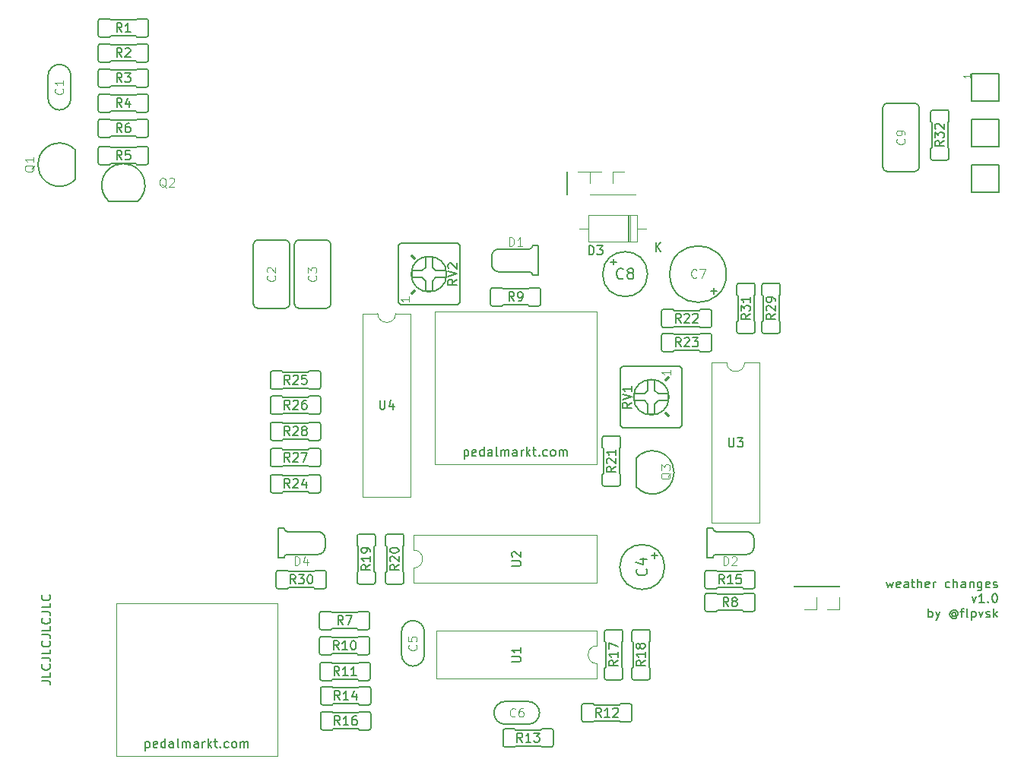
<source format=gbr>
G04 #@! TF.GenerationSoftware,KiCad,Pcbnew,(5.1.5-0-10_14)*
G04 #@! TF.CreationDate,2020-11-25T16:38:17+01:00*
G04 #@! TF.ProjectId,ab-mix,61622d6d-6978-42e6-9b69-6361645f7063,rev?*
G04 #@! TF.SameCoordinates,Original*
G04 #@! TF.FileFunction,Legend,Top*
G04 #@! TF.FilePolarity,Positive*
%FSLAX46Y46*%
G04 Gerber Fmt 4.6, Leading zero omitted, Abs format (unit mm)*
G04 Created by KiCad (PCBNEW (5.1.5-0-10_14)) date 2020-11-25 16:38:17*
%MOMM*%
%LPD*%
G04 APERTURE LIST*
%ADD10C,0.150000*%
%ADD11C,0.152400*%
%ADD12C,0.120000*%
%ADD13C,0.127000*%
%ADD14C,0.304800*%
%ADD15C,0.081280*%
%ADD16C,0.097536*%
%ADD17C,0.100000*%
%ADD18C,0.121920*%
G04 APERTURE END LIST*
D10*
X47204380Y-132635047D02*
X47918666Y-132635047D01*
X48061523Y-132682666D01*
X48156761Y-132777904D01*
X48204380Y-132920761D01*
X48204380Y-133016000D01*
X48204380Y-131682666D02*
X48204380Y-132158857D01*
X47204380Y-132158857D01*
X48109142Y-130777904D02*
X48156761Y-130825523D01*
X48204380Y-130968380D01*
X48204380Y-131063619D01*
X48156761Y-131206476D01*
X48061523Y-131301714D01*
X47966285Y-131349333D01*
X47775809Y-131396952D01*
X47632952Y-131396952D01*
X47442476Y-131349333D01*
X47347238Y-131301714D01*
X47252000Y-131206476D01*
X47204380Y-131063619D01*
X47204380Y-130968380D01*
X47252000Y-130825523D01*
X47299619Y-130777904D01*
X47204380Y-130063619D02*
X47918666Y-130063619D01*
X48061523Y-130111238D01*
X48156761Y-130206476D01*
X48204380Y-130349333D01*
X48204380Y-130444571D01*
X48204380Y-129111238D02*
X48204380Y-129587428D01*
X47204380Y-129587428D01*
X48109142Y-128206476D02*
X48156761Y-128254095D01*
X48204380Y-128396952D01*
X48204380Y-128492190D01*
X48156761Y-128635047D01*
X48061523Y-128730285D01*
X47966285Y-128777904D01*
X47775809Y-128825523D01*
X47632952Y-128825523D01*
X47442476Y-128777904D01*
X47347238Y-128730285D01*
X47252000Y-128635047D01*
X47204380Y-128492190D01*
X47204380Y-128396952D01*
X47252000Y-128254095D01*
X47299619Y-128206476D01*
X47204380Y-127492190D02*
X47918666Y-127492190D01*
X48061523Y-127539809D01*
X48156761Y-127635047D01*
X48204380Y-127777904D01*
X48204380Y-127873142D01*
X48204380Y-126539809D02*
X48204380Y-127016000D01*
X47204380Y-127016000D01*
X48109142Y-125635047D02*
X48156761Y-125682666D01*
X48204380Y-125825523D01*
X48204380Y-125920761D01*
X48156761Y-126063619D01*
X48061523Y-126158857D01*
X47966285Y-126206476D01*
X47775809Y-126254095D01*
X47632952Y-126254095D01*
X47442476Y-126206476D01*
X47347238Y-126158857D01*
X47252000Y-126063619D01*
X47204380Y-125920761D01*
X47204380Y-125825523D01*
X47252000Y-125682666D01*
X47299619Y-125635047D01*
X47204380Y-124920761D02*
X47918666Y-124920761D01*
X48061523Y-124968380D01*
X48156761Y-125063619D01*
X48204380Y-125206476D01*
X48204380Y-125301714D01*
X48204380Y-123968380D02*
X48204380Y-124444571D01*
X47204380Y-124444571D01*
X48109142Y-123063619D02*
X48156761Y-123111238D01*
X48204380Y-123254095D01*
X48204380Y-123349333D01*
X48156761Y-123492190D01*
X48061523Y-123587428D01*
X47966285Y-123635047D01*
X47775809Y-123682666D01*
X47632952Y-123682666D01*
X47442476Y-123635047D01*
X47347238Y-123587428D01*
X47252000Y-123492190D01*
X47204380Y-123349333D01*
X47204380Y-123254095D01*
X47252000Y-123111238D01*
X47299619Y-123063619D01*
X141302690Y-121579714D02*
X141493166Y-122246380D01*
X141683642Y-121770190D01*
X141874119Y-122246380D01*
X142064595Y-121579714D01*
X142826500Y-122198761D02*
X142731261Y-122246380D01*
X142540785Y-122246380D01*
X142445547Y-122198761D01*
X142397928Y-122103523D01*
X142397928Y-121722571D01*
X142445547Y-121627333D01*
X142540785Y-121579714D01*
X142731261Y-121579714D01*
X142826500Y-121627333D01*
X142874119Y-121722571D01*
X142874119Y-121817809D01*
X142397928Y-121913047D01*
X143731261Y-122246380D02*
X143731261Y-121722571D01*
X143683642Y-121627333D01*
X143588404Y-121579714D01*
X143397928Y-121579714D01*
X143302690Y-121627333D01*
X143731261Y-122198761D02*
X143636023Y-122246380D01*
X143397928Y-122246380D01*
X143302690Y-122198761D01*
X143255071Y-122103523D01*
X143255071Y-122008285D01*
X143302690Y-121913047D01*
X143397928Y-121865428D01*
X143636023Y-121865428D01*
X143731261Y-121817809D01*
X144064595Y-121579714D02*
X144445547Y-121579714D01*
X144207452Y-121246380D02*
X144207452Y-122103523D01*
X144255071Y-122198761D01*
X144350309Y-122246380D01*
X144445547Y-122246380D01*
X144778880Y-122246380D02*
X144778880Y-121246380D01*
X145207452Y-122246380D02*
X145207452Y-121722571D01*
X145159833Y-121627333D01*
X145064595Y-121579714D01*
X144921738Y-121579714D01*
X144826500Y-121627333D01*
X144778880Y-121674952D01*
X146064595Y-122198761D02*
X145969357Y-122246380D01*
X145778880Y-122246380D01*
X145683642Y-122198761D01*
X145636023Y-122103523D01*
X145636023Y-121722571D01*
X145683642Y-121627333D01*
X145778880Y-121579714D01*
X145969357Y-121579714D01*
X146064595Y-121627333D01*
X146112214Y-121722571D01*
X146112214Y-121817809D01*
X145636023Y-121913047D01*
X146540785Y-122246380D02*
X146540785Y-121579714D01*
X146540785Y-121770190D02*
X146588404Y-121674952D01*
X146636023Y-121627333D01*
X146731261Y-121579714D01*
X146826500Y-121579714D01*
X148350309Y-122198761D02*
X148255071Y-122246380D01*
X148064595Y-122246380D01*
X147969357Y-122198761D01*
X147921738Y-122151142D01*
X147874119Y-122055904D01*
X147874119Y-121770190D01*
X147921738Y-121674952D01*
X147969357Y-121627333D01*
X148064595Y-121579714D01*
X148255071Y-121579714D01*
X148350309Y-121627333D01*
X148778880Y-122246380D02*
X148778880Y-121246380D01*
X149207452Y-122246380D02*
X149207452Y-121722571D01*
X149159833Y-121627333D01*
X149064595Y-121579714D01*
X148921738Y-121579714D01*
X148826500Y-121627333D01*
X148778880Y-121674952D01*
X150112214Y-122246380D02*
X150112214Y-121722571D01*
X150064595Y-121627333D01*
X149969357Y-121579714D01*
X149778880Y-121579714D01*
X149683642Y-121627333D01*
X150112214Y-122198761D02*
X150016976Y-122246380D01*
X149778880Y-122246380D01*
X149683642Y-122198761D01*
X149636023Y-122103523D01*
X149636023Y-122008285D01*
X149683642Y-121913047D01*
X149778880Y-121865428D01*
X150016976Y-121865428D01*
X150112214Y-121817809D01*
X150588404Y-121579714D02*
X150588404Y-122246380D01*
X150588404Y-121674952D02*
X150636023Y-121627333D01*
X150731261Y-121579714D01*
X150874119Y-121579714D01*
X150969357Y-121627333D01*
X151016976Y-121722571D01*
X151016976Y-122246380D01*
X151921738Y-121579714D02*
X151921738Y-122389238D01*
X151874119Y-122484476D01*
X151826500Y-122532095D01*
X151731261Y-122579714D01*
X151588404Y-122579714D01*
X151493166Y-122532095D01*
X151921738Y-122198761D02*
X151826500Y-122246380D01*
X151636023Y-122246380D01*
X151540785Y-122198761D01*
X151493166Y-122151142D01*
X151445547Y-122055904D01*
X151445547Y-121770190D01*
X151493166Y-121674952D01*
X151540785Y-121627333D01*
X151636023Y-121579714D01*
X151826500Y-121579714D01*
X151921738Y-121627333D01*
X152778880Y-122198761D02*
X152683642Y-122246380D01*
X152493166Y-122246380D01*
X152397928Y-122198761D01*
X152350309Y-122103523D01*
X152350309Y-121722571D01*
X152397928Y-121627333D01*
X152493166Y-121579714D01*
X152683642Y-121579714D01*
X152778880Y-121627333D01*
X152826500Y-121722571D01*
X152826500Y-121817809D01*
X152350309Y-121913047D01*
X153207452Y-122198761D02*
X153302690Y-122246380D01*
X153493166Y-122246380D01*
X153588404Y-122198761D01*
X153636023Y-122103523D01*
X153636023Y-122055904D01*
X153588404Y-121960666D01*
X153493166Y-121913047D01*
X153350309Y-121913047D01*
X153255071Y-121865428D01*
X153207452Y-121770190D01*
X153207452Y-121722571D01*
X153255071Y-121627333D01*
X153350309Y-121579714D01*
X153493166Y-121579714D01*
X153588404Y-121627333D01*
X150826500Y-123229714D02*
X151064595Y-123896380D01*
X151302690Y-123229714D01*
X152207452Y-123896380D02*
X151636023Y-123896380D01*
X151921738Y-123896380D02*
X151921738Y-122896380D01*
X151826500Y-123039238D01*
X151731261Y-123134476D01*
X151636023Y-123182095D01*
X152636023Y-123801142D02*
X152683642Y-123848761D01*
X152636023Y-123896380D01*
X152588404Y-123848761D01*
X152636023Y-123801142D01*
X152636023Y-123896380D01*
X153302690Y-122896380D02*
X153397928Y-122896380D01*
X153493166Y-122944000D01*
X153540785Y-122991619D01*
X153588404Y-123086857D01*
X153636023Y-123277333D01*
X153636023Y-123515428D01*
X153588404Y-123705904D01*
X153540785Y-123801142D01*
X153493166Y-123848761D01*
X153397928Y-123896380D01*
X153302690Y-123896380D01*
X153207452Y-123848761D01*
X153159833Y-123801142D01*
X153112214Y-123705904D01*
X153064595Y-123515428D01*
X153064595Y-123277333D01*
X153112214Y-123086857D01*
X153159833Y-122991619D01*
X153207452Y-122944000D01*
X153302690Y-122896380D01*
X145969357Y-125546380D02*
X145969357Y-124546380D01*
X145969357Y-124927333D02*
X146064595Y-124879714D01*
X146255071Y-124879714D01*
X146350309Y-124927333D01*
X146397928Y-124974952D01*
X146445547Y-125070190D01*
X146445547Y-125355904D01*
X146397928Y-125451142D01*
X146350309Y-125498761D01*
X146255071Y-125546380D01*
X146064595Y-125546380D01*
X145969357Y-125498761D01*
X146778880Y-124879714D02*
X147016976Y-125546380D01*
X147255071Y-124879714D02*
X147016976Y-125546380D01*
X146921738Y-125784476D01*
X146874119Y-125832095D01*
X146778880Y-125879714D01*
X149016976Y-125070190D02*
X148969357Y-125022571D01*
X148874119Y-124974952D01*
X148778880Y-124974952D01*
X148683642Y-125022571D01*
X148636023Y-125070190D01*
X148588404Y-125165428D01*
X148588404Y-125260666D01*
X148636023Y-125355904D01*
X148683642Y-125403523D01*
X148778880Y-125451142D01*
X148874119Y-125451142D01*
X148969357Y-125403523D01*
X149016976Y-125355904D01*
X149016976Y-124974952D02*
X149016976Y-125355904D01*
X149064595Y-125403523D01*
X149112214Y-125403523D01*
X149207452Y-125355904D01*
X149255071Y-125260666D01*
X149255071Y-125022571D01*
X149159833Y-124879714D01*
X149016976Y-124784476D01*
X148826500Y-124736857D01*
X148636023Y-124784476D01*
X148493166Y-124879714D01*
X148397928Y-125022571D01*
X148350309Y-125213047D01*
X148397928Y-125403523D01*
X148493166Y-125546380D01*
X148636023Y-125641619D01*
X148826500Y-125689238D01*
X149016976Y-125641619D01*
X149159833Y-125546380D01*
X149540785Y-124879714D02*
X149921738Y-124879714D01*
X149683642Y-125546380D02*
X149683642Y-124689238D01*
X149731261Y-124594000D01*
X149826500Y-124546380D01*
X149921738Y-124546380D01*
X150397928Y-125546380D02*
X150302690Y-125498761D01*
X150255071Y-125403523D01*
X150255071Y-124546380D01*
X150778880Y-124879714D02*
X150778880Y-125879714D01*
X150778880Y-124927333D02*
X150874119Y-124879714D01*
X151064595Y-124879714D01*
X151159833Y-124927333D01*
X151207452Y-124974952D01*
X151255071Y-125070190D01*
X151255071Y-125355904D01*
X151207452Y-125451142D01*
X151159833Y-125498761D01*
X151064595Y-125546380D01*
X150874119Y-125546380D01*
X150778880Y-125498761D01*
X151588404Y-124879714D02*
X151826500Y-125546380D01*
X152064595Y-124879714D01*
X152397928Y-125498761D02*
X152493166Y-125546380D01*
X152683642Y-125546380D01*
X152778880Y-125498761D01*
X152826500Y-125403523D01*
X152826500Y-125355904D01*
X152778880Y-125260666D01*
X152683642Y-125213047D01*
X152540785Y-125213047D01*
X152445547Y-125165428D01*
X152397928Y-125070190D01*
X152397928Y-125022571D01*
X152445547Y-124927333D01*
X152540785Y-124879714D01*
X152683642Y-124879714D01*
X152778880Y-124927333D01*
X153255071Y-125546380D02*
X153255071Y-124546380D01*
X153350309Y-125165428D02*
X153636023Y-125546380D01*
X153636023Y-124879714D02*
X153255071Y-125260666D01*
D11*
X144958000Y-68758000D02*
G75*
G03X144450000Y-68250000I-508000J0D01*
G01*
X141402000Y-68250000D02*
X144450000Y-68250000D01*
X141402000Y-68250000D02*
G75*
G03X140894000Y-68758000I0J-508000D01*
G01*
X140894000Y-75362000D02*
X140894000Y-68758000D01*
X140894000Y-75362000D02*
G75*
G03X141402000Y-75870000I508000J0D01*
G01*
X144450000Y-75870000D02*
X141402000Y-75870000D01*
X144450000Y-75870000D02*
G75*
G03X144958000Y-75362000I0J508000D01*
G01*
X144958000Y-68758000D02*
X144958000Y-75362000D01*
X98857000Y-137465000D02*
X101397000Y-137465000D01*
X98857000Y-137465000D02*
G75*
G02X97587000Y-136195000I0J1270000D01*
G01*
X97587000Y-136195000D02*
G75*
G02X98857000Y-134925000I1270000J0D01*
G01*
X99492000Y-134925000D02*
X98857000Y-134925000D01*
X101397000Y-134925000D02*
X99492000Y-134925000D01*
X101397000Y-134925000D02*
G75*
G02X102667000Y-136195000I0J-1270000D01*
G01*
X102667000Y-136195000D02*
G75*
G02X101397000Y-137465000I-1270000J0D01*
G01*
X87300000Y-127178000D02*
X87300000Y-129718000D01*
X87300000Y-127178000D02*
G75*
G02X88570000Y-125908000I1270000J0D01*
G01*
X88570000Y-125908000D02*
G75*
G02X89840000Y-127178000I0J-1270000D01*
G01*
X89840000Y-127813000D02*
X89840000Y-127178000D01*
X89840000Y-129718000D02*
X89840000Y-127813000D01*
X89840000Y-129718000D02*
G75*
G02X88570000Y-130988000I-1270000J0D01*
G01*
X88570000Y-130988000D02*
G75*
G02X87300000Y-129718000I0J1270000D01*
G01*
X50470000Y-67742000D02*
X50470000Y-65202000D01*
X50470000Y-67742000D02*
G75*
G02X49200000Y-69012000I-1270000J0D01*
G01*
X49200000Y-69012000D02*
G75*
G02X47930000Y-67742000I0J1270000D01*
G01*
X47930000Y-67107000D02*
X47930000Y-67742000D01*
X47930000Y-65202000D02*
X47930000Y-67107000D01*
X47930000Y-65202000D02*
G75*
G02X49200000Y-63932000I1270000J0D01*
G01*
X49200000Y-63932000D02*
G75*
G02X50470000Y-65202000I0J-1270000D01*
G01*
D12*
X88299000Y-91685000D02*
X86649000Y-91685000D01*
X88299000Y-112125000D02*
X88299000Y-91685000D01*
X82999000Y-112125000D02*
X88299000Y-112125000D01*
X82999000Y-91685000D02*
X82999000Y-112125000D01*
X84649000Y-91685000D02*
X82999000Y-91685000D01*
X86649000Y-91685000D02*
G75*
G02X84649000Y-91685000I-1000000J0D01*
G01*
X127161000Y-97146000D02*
X125511000Y-97146000D01*
X127161000Y-115046000D02*
X127161000Y-97146000D01*
X121861000Y-115046000D02*
X127161000Y-115046000D01*
X121861000Y-97146000D02*
X121861000Y-115046000D01*
X123511000Y-97146000D02*
X121861000Y-97146000D01*
X125511000Y-97146000D02*
G75*
G02X123511000Y-97146000I-1000000J0D01*
G01*
X88637000Y-116400000D02*
X88637000Y-118050000D01*
X109077000Y-116400000D02*
X88637000Y-116400000D01*
X109077000Y-121700000D02*
X109077000Y-116400000D01*
X88637000Y-121700000D02*
X109077000Y-121700000D01*
X88637000Y-120050000D02*
X88637000Y-121700000D01*
X88637000Y-118050000D02*
G75*
G02X88637000Y-120050000I0J-1000000D01*
G01*
X109077000Y-132368000D02*
X109077000Y-130718000D01*
X91177000Y-132368000D02*
X109077000Y-132368000D01*
X91177000Y-127068000D02*
X91177000Y-132368000D01*
X109077000Y-127068000D02*
X91177000Y-127068000D01*
X109077000Y-128718000D02*
X109077000Y-127068000D01*
X109077000Y-130718000D02*
G75*
G02X109077000Y-128718000I0J1000000D01*
G01*
X73500000Y-141000000D02*
X55500000Y-141000000D01*
X73500000Y-124000000D02*
X73500000Y-141000000D01*
X55500000Y-124000000D02*
X73500000Y-124000000D01*
X55500000Y-141000000D02*
X55500000Y-124000000D01*
X109000000Y-108500000D02*
X91000000Y-108500000D01*
X109000000Y-91500000D02*
X109000000Y-108500000D01*
X91000000Y-91500000D02*
X109000000Y-91500000D01*
X91000000Y-108500000D02*
X91000000Y-91500000D01*
D13*
X150800000Y-78156000D02*
X150800000Y-75108000D01*
X150800000Y-73076000D02*
X150800000Y-70028000D01*
X150800000Y-67996000D02*
X150800000Y-64948000D01*
X150800000Y-78156000D02*
X153848000Y-78156000D01*
X153848000Y-78156000D02*
X153848000Y-75108000D01*
X153848000Y-75108000D02*
X150800000Y-75108000D01*
X150800000Y-73076000D02*
X153848000Y-73076000D01*
X153848000Y-73076000D02*
X153848000Y-70028000D01*
X153848000Y-70028000D02*
X150800000Y-70028000D01*
X150800000Y-67996000D02*
X153848000Y-67996000D01*
X153848000Y-67996000D02*
X153848000Y-64948000D01*
X153848000Y-64948000D02*
X150800000Y-64948000D01*
D11*
X93777000Y-90475000D02*
X93777000Y-84125000D01*
X91110000Y-87681000D02*
X92253000Y-87681000D01*
X92253000Y-86919000D02*
X91110000Y-86919000D01*
X88443000Y-87681000D02*
X89586000Y-87681000D01*
X89586000Y-86919000D02*
X88443000Y-86919000D01*
D14*
X88697000Y-89205000D02*
X88443000Y-89459000D01*
X88697000Y-85522000D02*
X88443000Y-85268000D01*
D11*
X91110000Y-86919000D02*
X90729000Y-86538000D01*
X92253000Y-87681000D02*
X92253000Y-86919000D01*
X91110000Y-87681000D02*
X90729000Y-88062000D01*
X90729000Y-89205000D02*
X90729000Y-88062000D01*
X89967000Y-89205000D02*
X90729000Y-89205000D01*
X89967000Y-88062000D02*
X89967000Y-89205000D01*
X89586000Y-87681000D02*
X89967000Y-88062000D01*
X88443000Y-86919000D02*
X88443000Y-87681000D01*
X89967000Y-86538000D02*
X89586000Y-86919000D01*
X89967000Y-85395000D02*
X89967000Y-86538000D01*
X90729000Y-85395000D02*
X89967000Y-85395000D01*
X90729000Y-86538000D02*
X90729000Y-85395000D01*
X87173000Y-90729000D02*
X93523000Y-90729000D01*
X86919000Y-90475000D02*
X87173000Y-90729000D01*
X93777000Y-90475000D02*
X93523000Y-90729000D01*
X93523000Y-83871000D02*
X87173000Y-83871000D01*
X93777000Y-84125000D02*
X93523000Y-83871000D01*
X86919000Y-84125000D02*
X87173000Y-83871000D01*
X86919000Y-84125000D02*
X86919000Y-90475000D01*
D13*
X92319500Y-87300000D02*
G75*
G03X92319500Y-87300000I-1971500J0D01*
G01*
D11*
X111684000Y-97841000D02*
X111684000Y-104191000D01*
X114351000Y-100635000D02*
X113208000Y-100635000D01*
X113208000Y-101397000D02*
X114351000Y-101397000D01*
X117018000Y-100635000D02*
X115875000Y-100635000D01*
X115875000Y-101397000D02*
X117018000Y-101397000D01*
D14*
X116764000Y-99111000D02*
X117018000Y-98857000D01*
X116764000Y-102794000D02*
X117018000Y-103048000D01*
D11*
X114351000Y-101397000D02*
X114732000Y-101778000D01*
X113208000Y-100635000D02*
X113208000Y-101397000D01*
X114351000Y-100635000D02*
X114732000Y-100254000D01*
X114732000Y-99111000D02*
X114732000Y-100254000D01*
X115494000Y-99111000D02*
X114732000Y-99111000D01*
X115494000Y-100254000D02*
X115494000Y-99111000D01*
X115875000Y-100635000D02*
X115494000Y-100254000D01*
X117018000Y-101397000D02*
X117018000Y-100635000D01*
X115494000Y-101778000D02*
X115875000Y-101397000D01*
X115494000Y-102921000D02*
X115494000Y-101778000D01*
X114732000Y-102921000D02*
X115494000Y-102921000D01*
X114732000Y-101778000D02*
X114732000Y-102921000D01*
X118288000Y-97587000D02*
X111938000Y-97587000D01*
X118542000Y-97841000D02*
X118288000Y-97587000D01*
X111684000Y-97841000D02*
X111938000Y-97587000D01*
X111938000Y-104445000D02*
X118288000Y-104445000D01*
X111684000Y-104191000D02*
X111938000Y-104445000D01*
X118542000Y-104191000D02*
X118288000Y-104445000D01*
X118542000Y-104191000D02*
X118542000Y-97841000D01*
D13*
X117084500Y-101016000D02*
G75*
G03X117084500Y-101016000I-1971500J0D01*
G01*
D11*
X148006000Y-68996000D02*
X146482000Y-68996000D01*
X148260000Y-69250000D02*
X148260000Y-70266000D01*
X146228000Y-69250000D02*
X146228000Y-70266000D01*
X148133000Y-70393000D02*
X148133000Y-73219000D01*
X148133000Y-70393000D02*
X148260000Y-70266000D01*
X146355000Y-70393000D02*
X146355000Y-73219000D01*
X146355000Y-70393000D02*
X146228000Y-70266000D01*
X148133000Y-73219000D02*
X148260000Y-73346000D01*
X148260000Y-74362000D02*
X148260000Y-73346000D01*
X146355000Y-73219000D02*
X146228000Y-73346000D01*
X146228000Y-74362000D02*
X146228000Y-73346000D01*
X148006000Y-74616000D02*
X146482000Y-74616000D01*
X146482000Y-68996000D02*
G75*
G03X146228000Y-69250000I0J-254000D01*
G01*
X148006000Y-68996000D02*
G75*
G02X148260000Y-69250000I0J-254000D01*
G01*
X148260000Y-74362000D02*
G75*
G02X148006000Y-74616000I-254000J0D01*
G01*
X146228000Y-74362000D02*
G75*
G03X146482000Y-74616000I254000J0D01*
G01*
X124892000Y-93920000D02*
X126416000Y-93920000D01*
X124638000Y-93666000D02*
X124638000Y-92650000D01*
X126670000Y-93666000D02*
X126670000Y-92650000D01*
X124765000Y-92523000D02*
X124765000Y-89697000D01*
X124765000Y-92523000D02*
X124638000Y-92650000D01*
X126543000Y-92523000D02*
X126543000Y-89697000D01*
X126543000Y-92523000D02*
X126670000Y-92650000D01*
X124765000Y-89697000D02*
X124638000Y-89570000D01*
X124638000Y-88554000D02*
X124638000Y-89570000D01*
X126543000Y-89697000D02*
X126670000Y-89570000D01*
X126670000Y-88554000D02*
X126670000Y-89570000D01*
X124892000Y-88300000D02*
X126416000Y-88300000D01*
X126416000Y-93920000D02*
G75*
G03X126670000Y-93666000I0J254000D01*
G01*
X124892000Y-93920000D02*
G75*
G02X124638000Y-93666000I0J254000D01*
G01*
X124638000Y-88554000D02*
G75*
G02X124892000Y-88300000I254000J0D01*
G01*
X126670000Y-88554000D02*
G75*
G03X126416000Y-88300000I-254000J0D01*
G01*
X78934000Y-122098000D02*
X78934000Y-120574000D01*
X78680000Y-122352000D02*
X77664000Y-122352000D01*
X78680000Y-120320000D02*
X77664000Y-120320000D01*
X77537000Y-122225000D02*
X74711000Y-122225000D01*
X77537000Y-122225000D02*
X77664000Y-122352000D01*
X77537000Y-120447000D02*
X74711000Y-120447000D01*
X77537000Y-120447000D02*
X77664000Y-120320000D01*
X74711000Y-122225000D02*
X74584000Y-122352000D01*
X73568000Y-122352000D02*
X74584000Y-122352000D01*
X74711000Y-120447000D02*
X74584000Y-120320000D01*
X73568000Y-120320000D02*
X74584000Y-120320000D01*
X73314000Y-122098000D02*
X73314000Y-120574000D01*
X78934000Y-120574000D02*
G75*
G03X78680000Y-120320000I-254000J0D01*
G01*
X78934000Y-122098000D02*
G75*
G02X78680000Y-122352000I-254000J0D01*
G01*
X73568000Y-122352000D02*
G75*
G02X73314000Y-122098000I0J254000D01*
G01*
X73568000Y-120320000D02*
G75*
G03X73314000Y-120574000I0J-254000D01*
G01*
X127686000Y-93920000D02*
X129210000Y-93920000D01*
X127432000Y-93666000D02*
X127432000Y-92650000D01*
X129464000Y-93666000D02*
X129464000Y-92650000D01*
X127559000Y-92523000D02*
X127559000Y-89697000D01*
X127559000Y-92523000D02*
X127432000Y-92650000D01*
X129337000Y-92523000D02*
X129337000Y-89697000D01*
X129337000Y-92523000D02*
X129464000Y-92650000D01*
X127559000Y-89697000D02*
X127432000Y-89570000D01*
X127432000Y-88554000D02*
X127432000Y-89570000D01*
X129337000Y-89697000D02*
X129464000Y-89570000D01*
X129464000Y-88554000D02*
X129464000Y-89570000D01*
X127686000Y-88300000D02*
X129210000Y-88300000D01*
X129210000Y-93920000D02*
G75*
G03X129464000Y-93666000I0J254000D01*
G01*
X127686000Y-93920000D02*
G75*
G02X127432000Y-93666000I0J254000D01*
G01*
X127432000Y-88554000D02*
G75*
G02X127686000Y-88300000I254000J0D01*
G01*
X129464000Y-88554000D02*
G75*
G03X129210000Y-88300000I-254000J0D01*
G01*
X72679000Y-104064000D02*
X72679000Y-105588000D01*
X72933000Y-103810000D02*
X73949000Y-103810000D01*
X72933000Y-105842000D02*
X73949000Y-105842000D01*
X74076000Y-103937000D02*
X76902000Y-103937000D01*
X74076000Y-103937000D02*
X73949000Y-103810000D01*
X74076000Y-105715000D02*
X76902000Y-105715000D01*
X74076000Y-105715000D02*
X73949000Y-105842000D01*
X76902000Y-103937000D02*
X77029000Y-103810000D01*
X78045000Y-103810000D02*
X77029000Y-103810000D01*
X76902000Y-105715000D02*
X77029000Y-105842000D01*
X78045000Y-105842000D02*
X77029000Y-105842000D01*
X78299000Y-104064000D02*
X78299000Y-105588000D01*
X72679000Y-105588000D02*
G75*
G03X72933000Y-105842000I254000J0D01*
G01*
X72679000Y-104064000D02*
G75*
G02X72933000Y-103810000I254000J0D01*
G01*
X78045000Y-103810000D02*
G75*
G02X78299000Y-104064000I0J-254000D01*
G01*
X78045000Y-105842000D02*
G75*
G03X78299000Y-105588000I0J254000D01*
G01*
X72679000Y-106985000D02*
X72679000Y-108509000D01*
X72933000Y-106731000D02*
X73949000Y-106731000D01*
X72933000Y-108763000D02*
X73949000Y-108763000D01*
X74076000Y-106858000D02*
X76902000Y-106858000D01*
X74076000Y-106858000D02*
X73949000Y-106731000D01*
X74076000Y-108636000D02*
X76902000Y-108636000D01*
X74076000Y-108636000D02*
X73949000Y-108763000D01*
X76902000Y-106858000D02*
X77029000Y-106731000D01*
X78045000Y-106731000D02*
X77029000Y-106731000D01*
X76902000Y-108636000D02*
X77029000Y-108763000D01*
X78045000Y-108763000D02*
X77029000Y-108763000D01*
X78299000Y-106985000D02*
X78299000Y-108509000D01*
X72679000Y-108509000D02*
G75*
G03X72933000Y-108763000I254000J0D01*
G01*
X72679000Y-106985000D02*
G75*
G02X72933000Y-106731000I254000J0D01*
G01*
X78045000Y-106731000D02*
G75*
G02X78299000Y-106985000I0J-254000D01*
G01*
X78045000Y-108763000D02*
G75*
G03X78299000Y-108509000I0J254000D01*
G01*
X72679000Y-101143000D02*
X72679000Y-102667000D01*
X72933000Y-100889000D02*
X73949000Y-100889000D01*
X72933000Y-102921000D02*
X73949000Y-102921000D01*
X74076000Y-101016000D02*
X76902000Y-101016000D01*
X74076000Y-101016000D02*
X73949000Y-100889000D01*
X74076000Y-102794000D02*
X76902000Y-102794000D01*
X74076000Y-102794000D02*
X73949000Y-102921000D01*
X76902000Y-101016000D02*
X77029000Y-100889000D01*
X78045000Y-100889000D02*
X77029000Y-100889000D01*
X76902000Y-102794000D02*
X77029000Y-102921000D01*
X78045000Y-102921000D02*
X77029000Y-102921000D01*
X78299000Y-101143000D02*
X78299000Y-102667000D01*
X72679000Y-102667000D02*
G75*
G03X72933000Y-102921000I254000J0D01*
G01*
X72679000Y-101143000D02*
G75*
G02X72933000Y-100889000I254000J0D01*
G01*
X78045000Y-100889000D02*
G75*
G02X78299000Y-101143000I0J-254000D01*
G01*
X78045000Y-102921000D02*
G75*
G03X78299000Y-102667000I0J254000D01*
G01*
X72679000Y-98349000D02*
X72679000Y-99873000D01*
X72933000Y-98095000D02*
X73949000Y-98095000D01*
X72933000Y-100127000D02*
X73949000Y-100127000D01*
X74076000Y-98222000D02*
X76902000Y-98222000D01*
X74076000Y-98222000D02*
X73949000Y-98095000D01*
X74076000Y-100000000D02*
X76902000Y-100000000D01*
X74076000Y-100000000D02*
X73949000Y-100127000D01*
X76902000Y-98222000D02*
X77029000Y-98095000D01*
X78045000Y-98095000D02*
X77029000Y-98095000D01*
X76902000Y-100000000D02*
X77029000Y-100127000D01*
X78045000Y-100127000D02*
X77029000Y-100127000D01*
X78299000Y-98349000D02*
X78299000Y-99873000D01*
X72679000Y-99873000D02*
G75*
G03X72933000Y-100127000I254000J0D01*
G01*
X72679000Y-98349000D02*
G75*
G02X72933000Y-98095000I254000J0D01*
G01*
X78045000Y-98095000D02*
G75*
G02X78299000Y-98349000I0J-254000D01*
G01*
X78045000Y-100127000D02*
G75*
G03X78299000Y-99873000I0J254000D01*
G01*
X78299000Y-111430000D02*
X78299000Y-109906000D01*
X78045000Y-111684000D02*
X77029000Y-111684000D01*
X78045000Y-109652000D02*
X77029000Y-109652000D01*
X76902000Y-111557000D02*
X74076000Y-111557000D01*
X76902000Y-111557000D02*
X77029000Y-111684000D01*
X76902000Y-109779000D02*
X74076000Y-109779000D01*
X76902000Y-109779000D02*
X77029000Y-109652000D01*
X74076000Y-111557000D02*
X73949000Y-111684000D01*
X72933000Y-111684000D02*
X73949000Y-111684000D01*
X74076000Y-109779000D02*
X73949000Y-109652000D01*
X72933000Y-109652000D02*
X73949000Y-109652000D01*
X72679000Y-111430000D02*
X72679000Y-109906000D01*
X78299000Y-109906000D02*
G75*
G03X78045000Y-109652000I-254000J0D01*
G01*
X78299000Y-111430000D02*
G75*
G02X78045000Y-111684000I-254000J0D01*
G01*
X72933000Y-111684000D02*
G75*
G02X72679000Y-111430000I0J254000D01*
G01*
X72933000Y-109652000D02*
G75*
G03X72679000Y-109906000I0J-254000D01*
G01*
X121860000Y-95682000D02*
X121860000Y-94158000D01*
X121606000Y-95936000D02*
X120590000Y-95936000D01*
X121606000Y-93904000D02*
X120590000Y-93904000D01*
X120463000Y-95809000D02*
X117637000Y-95809000D01*
X120463000Y-95809000D02*
X120590000Y-95936000D01*
X120463000Y-94031000D02*
X117637000Y-94031000D01*
X120463000Y-94031000D02*
X120590000Y-93904000D01*
X117637000Y-95809000D02*
X117510000Y-95936000D01*
X116494000Y-95936000D02*
X117510000Y-95936000D01*
X117637000Y-94031000D02*
X117510000Y-93904000D01*
X116494000Y-93904000D02*
X117510000Y-93904000D01*
X116240000Y-95682000D02*
X116240000Y-94158000D01*
X121860000Y-94158000D02*
G75*
G03X121606000Y-93904000I-254000J0D01*
G01*
X121860000Y-95682000D02*
G75*
G02X121606000Y-95936000I-254000J0D01*
G01*
X116494000Y-95936000D02*
G75*
G02X116240000Y-95682000I0J254000D01*
G01*
X116494000Y-93904000D02*
G75*
G03X116240000Y-94158000I0J-254000D01*
G01*
X116240000Y-91491000D02*
X116240000Y-93015000D01*
X116494000Y-91237000D02*
X117510000Y-91237000D01*
X116494000Y-93269000D02*
X117510000Y-93269000D01*
X117637000Y-91364000D02*
X120463000Y-91364000D01*
X117637000Y-91364000D02*
X117510000Y-91237000D01*
X117637000Y-93142000D02*
X120463000Y-93142000D01*
X117637000Y-93142000D02*
X117510000Y-93269000D01*
X120463000Y-91364000D02*
X120590000Y-91237000D01*
X121606000Y-91237000D02*
X120590000Y-91237000D01*
X120463000Y-93142000D02*
X120590000Y-93269000D01*
X121606000Y-93269000D02*
X120590000Y-93269000D01*
X121860000Y-91491000D02*
X121860000Y-93015000D01*
X116240000Y-93015000D02*
G75*
G03X116494000Y-93269000I254000J0D01*
G01*
X116240000Y-91491000D02*
G75*
G02X116494000Y-91237000I254000J0D01*
G01*
X121606000Y-91237000D02*
G75*
G02X121860000Y-91491000I0J-254000D01*
G01*
X121606000Y-93269000D02*
G75*
G03X121860000Y-93015000I0J254000D01*
G01*
X109906000Y-110938000D02*
X111430000Y-110938000D01*
X109652000Y-110684000D02*
X109652000Y-109668000D01*
X111684000Y-110684000D02*
X111684000Y-109668000D01*
X109779000Y-109541000D02*
X109779000Y-106715000D01*
X109779000Y-109541000D02*
X109652000Y-109668000D01*
X111557000Y-109541000D02*
X111557000Y-106715000D01*
X111557000Y-109541000D02*
X111684000Y-109668000D01*
X109779000Y-106715000D02*
X109652000Y-106588000D01*
X109652000Y-105572000D02*
X109652000Y-106588000D01*
X111557000Y-106715000D02*
X111684000Y-106588000D01*
X111684000Y-105572000D02*
X111684000Y-106588000D01*
X109906000Y-105318000D02*
X111430000Y-105318000D01*
X111430000Y-110938000D02*
G75*
G03X111684000Y-110684000I0J254000D01*
G01*
X109906000Y-110938000D02*
G75*
G02X109652000Y-110684000I0J254000D01*
G01*
X109652000Y-105572000D02*
G75*
G02X109906000Y-105318000I254000J0D01*
G01*
X111684000Y-105572000D02*
G75*
G03X111430000Y-105318000I-254000J0D01*
G01*
X87300000Y-116240000D02*
X85776000Y-116240000D01*
X87554000Y-116494000D02*
X87554000Y-117510000D01*
X85522000Y-116494000D02*
X85522000Y-117510000D01*
X87427000Y-117637000D02*
X87427000Y-120463000D01*
X87427000Y-117637000D02*
X87554000Y-117510000D01*
X85649000Y-117637000D02*
X85649000Y-120463000D01*
X85649000Y-117637000D02*
X85522000Y-117510000D01*
X87427000Y-120463000D02*
X87554000Y-120590000D01*
X87554000Y-121606000D02*
X87554000Y-120590000D01*
X85649000Y-120463000D02*
X85522000Y-120590000D01*
X85522000Y-121606000D02*
X85522000Y-120590000D01*
X87300000Y-121860000D02*
X85776000Y-121860000D01*
X85776000Y-116240000D02*
G75*
G03X85522000Y-116494000I0J-254000D01*
G01*
X87300000Y-116240000D02*
G75*
G02X87554000Y-116494000I0J-254000D01*
G01*
X87554000Y-121606000D02*
G75*
G02X87300000Y-121860000I-254000J0D01*
G01*
X85522000Y-121606000D02*
G75*
G03X85776000Y-121860000I254000J0D01*
G01*
X84125000Y-116240000D02*
X82601000Y-116240000D01*
X84379000Y-116494000D02*
X84379000Y-117510000D01*
X82347000Y-116494000D02*
X82347000Y-117510000D01*
X84252000Y-117637000D02*
X84252000Y-120463000D01*
X84252000Y-117637000D02*
X84379000Y-117510000D01*
X82474000Y-117637000D02*
X82474000Y-120463000D01*
X82474000Y-117637000D02*
X82347000Y-117510000D01*
X84252000Y-120463000D02*
X84379000Y-120590000D01*
X84379000Y-121606000D02*
X84379000Y-120590000D01*
X82474000Y-120463000D02*
X82347000Y-120590000D01*
X82347000Y-121606000D02*
X82347000Y-120590000D01*
X84125000Y-121860000D02*
X82601000Y-121860000D01*
X82601000Y-116240000D02*
G75*
G03X82347000Y-116494000I0J-254000D01*
G01*
X84125000Y-116240000D02*
G75*
G02X84379000Y-116494000I0J-254000D01*
G01*
X84379000Y-121606000D02*
G75*
G02X84125000Y-121860000I-254000J0D01*
G01*
X82347000Y-121606000D02*
G75*
G03X82601000Y-121860000I254000J0D01*
G01*
X113208000Y-132528000D02*
X114732000Y-132528000D01*
X112954000Y-132274000D02*
X112954000Y-131258000D01*
X114986000Y-132274000D02*
X114986000Y-131258000D01*
X113081000Y-131131000D02*
X113081000Y-128305000D01*
X113081000Y-131131000D02*
X112954000Y-131258000D01*
X114859000Y-131131000D02*
X114859000Y-128305000D01*
X114859000Y-131131000D02*
X114986000Y-131258000D01*
X113081000Y-128305000D02*
X112954000Y-128178000D01*
X112954000Y-127162000D02*
X112954000Y-128178000D01*
X114859000Y-128305000D02*
X114986000Y-128178000D01*
X114986000Y-127162000D02*
X114986000Y-128178000D01*
X113208000Y-126908000D02*
X114732000Y-126908000D01*
X114732000Y-132528000D02*
G75*
G03X114986000Y-132274000I0J254000D01*
G01*
X113208000Y-132528000D02*
G75*
G02X112954000Y-132274000I0J254000D01*
G01*
X112954000Y-127162000D02*
G75*
G02X113208000Y-126908000I254000J0D01*
G01*
X114986000Y-127162000D02*
G75*
G03X114732000Y-126908000I-254000J0D01*
G01*
X111684000Y-126908000D02*
X110160000Y-126908000D01*
X111938000Y-127162000D02*
X111938000Y-128178000D01*
X109906000Y-127162000D02*
X109906000Y-128178000D01*
X111811000Y-128305000D02*
X111811000Y-131131000D01*
X111811000Y-128305000D02*
X111938000Y-128178000D01*
X110033000Y-128305000D02*
X110033000Y-131131000D01*
X110033000Y-128305000D02*
X109906000Y-128178000D01*
X111811000Y-131131000D02*
X111938000Y-131258000D01*
X111938000Y-132274000D02*
X111938000Y-131258000D01*
X110033000Y-131131000D02*
X109906000Y-131258000D01*
X109906000Y-132274000D02*
X109906000Y-131258000D01*
X111684000Y-132528000D02*
X110160000Y-132528000D01*
X110160000Y-126908000D02*
G75*
G03X109906000Y-127162000I0J-254000D01*
G01*
X111684000Y-126908000D02*
G75*
G02X111938000Y-127162000I0J-254000D01*
G01*
X111938000Y-132274000D02*
G75*
G02X111684000Y-132528000I-254000J0D01*
G01*
X109906000Y-132274000D02*
G75*
G03X110160000Y-132528000I254000J0D01*
G01*
X78267000Y-136322000D02*
X78267000Y-137846000D01*
X78521000Y-136068000D02*
X79537000Y-136068000D01*
X78521000Y-138100000D02*
X79537000Y-138100000D01*
X79664000Y-136195000D02*
X82490000Y-136195000D01*
X79664000Y-136195000D02*
X79537000Y-136068000D01*
X79664000Y-137973000D02*
X82490000Y-137973000D01*
X79664000Y-137973000D02*
X79537000Y-138100000D01*
X82490000Y-136195000D02*
X82617000Y-136068000D01*
X83633000Y-136068000D02*
X82617000Y-136068000D01*
X82490000Y-137973000D02*
X82617000Y-138100000D01*
X83633000Y-138100000D02*
X82617000Y-138100000D01*
X83887000Y-136322000D02*
X83887000Y-137846000D01*
X78267000Y-137846000D02*
G75*
G03X78521000Y-138100000I254000J0D01*
G01*
X78267000Y-136322000D02*
G75*
G02X78521000Y-136068000I254000J0D01*
G01*
X83633000Y-136068000D02*
G75*
G02X83887000Y-136322000I0J-254000D01*
G01*
X83633000Y-138100000D02*
G75*
G03X83887000Y-137846000I0J254000D01*
G01*
X121320000Y-120320000D02*
G75*
G03X121066000Y-120574000I0J-254000D01*
G01*
X121320000Y-122352000D02*
G75*
G02X121066000Y-122098000I0J254000D01*
G01*
X126686000Y-122098000D02*
G75*
G02X126432000Y-122352000I-254000J0D01*
G01*
X126686000Y-120574000D02*
G75*
G03X126432000Y-120320000I-254000J0D01*
G01*
X121066000Y-122098000D02*
X121066000Y-120574000D01*
X121320000Y-120320000D02*
X122336000Y-120320000D01*
X122463000Y-120447000D02*
X122336000Y-120320000D01*
X121320000Y-122352000D02*
X122336000Y-122352000D01*
X122463000Y-122225000D02*
X122336000Y-122352000D01*
X125289000Y-120447000D02*
X125416000Y-120320000D01*
X125289000Y-120447000D02*
X122463000Y-120447000D01*
X125289000Y-122225000D02*
X125416000Y-122352000D01*
X125289000Y-122225000D02*
X122463000Y-122225000D01*
X126432000Y-120320000D02*
X125416000Y-120320000D01*
X126432000Y-122352000D02*
X125416000Y-122352000D01*
X126686000Y-122098000D02*
X126686000Y-120574000D01*
X83887000Y-135052000D02*
X83887000Y-133528000D01*
X83633000Y-135306000D02*
X82617000Y-135306000D01*
X83633000Y-133274000D02*
X82617000Y-133274000D01*
X82490000Y-135179000D02*
X79664000Y-135179000D01*
X82490000Y-135179000D02*
X82617000Y-135306000D01*
X82490000Y-133401000D02*
X79664000Y-133401000D01*
X82490000Y-133401000D02*
X82617000Y-133274000D01*
X79664000Y-135179000D02*
X79537000Y-135306000D01*
X78521000Y-135306000D02*
X79537000Y-135306000D01*
X79664000Y-133401000D02*
X79537000Y-133274000D01*
X78521000Y-133274000D02*
X79537000Y-133274000D01*
X78267000Y-135052000D02*
X78267000Y-133528000D01*
X83887000Y-133528000D02*
G75*
G03X83633000Y-133274000I-254000J0D01*
G01*
X83887000Y-135052000D02*
G75*
G02X83633000Y-135306000I-254000J0D01*
G01*
X78521000Y-135306000D02*
G75*
G02X78267000Y-135052000I0J254000D01*
G01*
X78521000Y-133274000D02*
G75*
G03X78267000Y-133528000I0J-254000D01*
G01*
X98587000Y-138227000D02*
X98587000Y-139751000D01*
X98841000Y-137973000D02*
X99857000Y-137973000D01*
X98841000Y-140005000D02*
X99857000Y-140005000D01*
X99984000Y-138100000D02*
X102810000Y-138100000D01*
X99984000Y-138100000D02*
X99857000Y-137973000D01*
X99984000Y-139878000D02*
X102810000Y-139878000D01*
X99984000Y-139878000D02*
X99857000Y-140005000D01*
X102810000Y-138100000D02*
X102937000Y-137973000D01*
X103953000Y-137973000D02*
X102937000Y-137973000D01*
X102810000Y-139878000D02*
X102937000Y-140005000D01*
X103953000Y-140005000D02*
X102937000Y-140005000D01*
X104207000Y-138227000D02*
X104207000Y-139751000D01*
X98587000Y-139751000D02*
G75*
G03X98841000Y-140005000I254000J0D01*
G01*
X98587000Y-138227000D02*
G75*
G02X98841000Y-137973000I254000J0D01*
G01*
X103953000Y-137973000D02*
G75*
G02X104207000Y-138227000I0J-254000D01*
G01*
X103953000Y-140005000D02*
G75*
G03X104207000Y-139751000I0J254000D01*
G01*
X107350000Y-135433000D02*
X107350000Y-136957000D01*
X107604000Y-135179000D02*
X108620000Y-135179000D01*
X107604000Y-137211000D02*
X108620000Y-137211000D01*
X108747000Y-135306000D02*
X111573000Y-135306000D01*
X108747000Y-135306000D02*
X108620000Y-135179000D01*
X108747000Y-137084000D02*
X111573000Y-137084000D01*
X108747000Y-137084000D02*
X108620000Y-137211000D01*
X111573000Y-135306000D02*
X111700000Y-135179000D01*
X112716000Y-135179000D02*
X111700000Y-135179000D01*
X111573000Y-137084000D02*
X111700000Y-137211000D01*
X112716000Y-137211000D02*
X111700000Y-137211000D01*
X112970000Y-135433000D02*
X112970000Y-136957000D01*
X107350000Y-136957000D02*
G75*
G03X107604000Y-137211000I254000J0D01*
G01*
X107350000Y-135433000D02*
G75*
G02X107604000Y-135179000I254000J0D01*
G01*
X112716000Y-135179000D02*
G75*
G02X112970000Y-135433000I0J-254000D01*
G01*
X112716000Y-137211000D02*
G75*
G03X112970000Y-136957000I0J254000D01*
G01*
X83815799Y-132334000D02*
X83815799Y-130810000D01*
X83561799Y-132588000D02*
X82545799Y-132588000D01*
X83561799Y-130556000D02*
X82545799Y-130556000D01*
X82418799Y-132461000D02*
X79592799Y-132461000D01*
X82418799Y-132461000D02*
X82545799Y-132588000D01*
X82418799Y-130683000D02*
X79592799Y-130683000D01*
X82418799Y-130683000D02*
X82545799Y-130556000D01*
X79592799Y-132461000D02*
X79465799Y-132588000D01*
X78449799Y-132588000D02*
X79465799Y-132588000D01*
X79592799Y-130683000D02*
X79465799Y-130556000D01*
X78449799Y-130556000D02*
X79465799Y-130556000D01*
X78195799Y-132334000D02*
X78195799Y-130810000D01*
X83815799Y-130810000D02*
G75*
G03X83561799Y-130556000I-254000J0D01*
G01*
X83815799Y-132334000D02*
G75*
G02X83561799Y-132588000I-254000J0D01*
G01*
X78449799Y-132588000D02*
G75*
G02X78195799Y-132334000I0J254000D01*
G01*
X78449799Y-130556000D02*
G75*
G03X78195799Y-130810000I0J-254000D01*
G01*
X78140000Y-127940000D02*
X78140000Y-129464000D01*
X78394000Y-127686000D02*
X79410000Y-127686000D01*
X78394000Y-129718000D02*
X79410000Y-129718000D01*
X79537000Y-127813000D02*
X82363000Y-127813000D01*
X79537000Y-127813000D02*
X79410000Y-127686000D01*
X79537000Y-129591000D02*
X82363000Y-129591000D01*
X79537000Y-129591000D02*
X79410000Y-129718000D01*
X82363000Y-127813000D02*
X82490000Y-127686000D01*
X83506000Y-127686000D02*
X82490000Y-127686000D01*
X82363000Y-129591000D02*
X82490000Y-129718000D01*
X83506000Y-129718000D02*
X82490000Y-129718000D01*
X83760000Y-127940000D02*
X83760000Y-129464000D01*
X78140000Y-129464000D02*
G75*
G03X78394000Y-129718000I254000J0D01*
G01*
X78140000Y-127940000D02*
G75*
G02X78394000Y-127686000I254000J0D01*
G01*
X83506000Y-127686000D02*
G75*
G02X83760000Y-127940000I0J-254000D01*
G01*
X83506000Y-129718000D02*
G75*
G03X83760000Y-129464000I0J254000D01*
G01*
X102810000Y-90602000D02*
X102810000Y-89078000D01*
X102556000Y-90856000D02*
X101540000Y-90856000D01*
X102556000Y-88824000D02*
X101540000Y-88824000D01*
X101413000Y-90729000D02*
X98587000Y-90729000D01*
X101413000Y-90729000D02*
X101540000Y-90856000D01*
X101413000Y-88951000D02*
X98587000Y-88951000D01*
X101413000Y-88951000D02*
X101540000Y-88824000D01*
X98587000Y-90729000D02*
X98460000Y-90856000D01*
X97444000Y-90856000D02*
X98460000Y-90856000D01*
X98587000Y-88951000D02*
X98460000Y-88824000D01*
X97444000Y-88824000D02*
X98460000Y-88824000D01*
X97190000Y-90602000D02*
X97190000Y-89078000D01*
X102810000Y-89078000D02*
G75*
G03X102556000Y-88824000I-254000J0D01*
G01*
X102810000Y-90602000D02*
G75*
G02X102556000Y-90856000I-254000J0D01*
G01*
X97444000Y-90856000D02*
G75*
G02X97190000Y-90602000I0J254000D01*
G01*
X97444000Y-88824000D02*
G75*
G03X97190000Y-89078000I0J-254000D01*
G01*
X126686000Y-124638000D02*
X126686000Y-123114000D01*
X126432000Y-124892000D02*
X125416000Y-124892000D01*
X126432000Y-122860000D02*
X125416000Y-122860000D01*
X125289000Y-124765000D02*
X122463000Y-124765000D01*
X125289000Y-124765000D02*
X125416000Y-124892000D01*
X125289000Y-122987000D02*
X122463000Y-122987000D01*
X125289000Y-122987000D02*
X125416000Y-122860000D01*
X122463000Y-124765000D02*
X122336000Y-124892000D01*
X121320000Y-124892000D02*
X122336000Y-124892000D01*
X122463000Y-122987000D02*
X122336000Y-122860000D01*
X121320000Y-122860000D02*
X122336000Y-122860000D01*
X121066000Y-124638000D02*
X121066000Y-123114000D01*
X126686000Y-123114000D02*
G75*
G03X126432000Y-122860000I-254000J0D01*
G01*
X126686000Y-124638000D02*
G75*
G02X126432000Y-124892000I-254000J0D01*
G01*
X121320000Y-124892000D02*
G75*
G02X121066000Y-124638000I0J254000D01*
G01*
X121320000Y-122860000D02*
G75*
G03X121066000Y-123114000I0J-254000D01*
G01*
X83760000Y-126670000D02*
X83760000Y-125146000D01*
X83506000Y-126924000D02*
X82490000Y-126924000D01*
X83506000Y-124892000D02*
X82490000Y-124892000D01*
X82363000Y-126797000D02*
X79537000Y-126797000D01*
X82363000Y-126797000D02*
X82490000Y-126924000D01*
X82363000Y-125019000D02*
X79537000Y-125019000D01*
X82363000Y-125019000D02*
X82490000Y-124892000D01*
X79537000Y-126797000D02*
X79410000Y-126924000D01*
X78394000Y-126924000D02*
X79410000Y-126924000D01*
X79537000Y-125019000D02*
X79410000Y-124892000D01*
X78394000Y-124892000D02*
X79410000Y-124892000D01*
X78140000Y-126670000D02*
X78140000Y-125146000D01*
X83760000Y-125146000D02*
G75*
G03X83506000Y-124892000I-254000J0D01*
G01*
X83760000Y-126670000D02*
G75*
G02X83506000Y-126924000I-254000J0D01*
G01*
X78394000Y-126924000D02*
G75*
G02X78140000Y-126670000I0J254000D01*
G01*
X78394000Y-124892000D02*
G75*
G03X78140000Y-125146000I0J-254000D01*
G01*
X53502000Y-70282000D02*
X53502000Y-71806000D01*
X53756000Y-70028000D02*
X54772000Y-70028000D01*
X53756000Y-72060000D02*
X54772000Y-72060000D01*
X54899000Y-70155000D02*
X57725000Y-70155000D01*
X54899000Y-70155000D02*
X54772000Y-70028000D01*
X54899000Y-71933000D02*
X57725000Y-71933000D01*
X54899000Y-71933000D02*
X54772000Y-72060000D01*
X57725000Y-70155000D02*
X57852000Y-70028000D01*
X58868000Y-70028000D02*
X57852000Y-70028000D01*
X57725000Y-71933000D02*
X57852000Y-72060000D01*
X58868000Y-72060000D02*
X57852000Y-72060000D01*
X59122000Y-70282000D02*
X59122000Y-71806000D01*
X53502000Y-71806000D02*
G75*
G03X53756000Y-72060000I254000J0D01*
G01*
X53502000Y-70282000D02*
G75*
G02X53756000Y-70028000I254000J0D01*
G01*
X58868000Y-70028000D02*
G75*
G02X59122000Y-70282000I0J-254000D01*
G01*
X58868000Y-72060000D02*
G75*
G03X59122000Y-71806000I0J254000D01*
G01*
X53502000Y-73330000D02*
X53502000Y-74854000D01*
X53756000Y-73076000D02*
X54772000Y-73076000D01*
X53756000Y-75108000D02*
X54772000Y-75108000D01*
X54899000Y-73203000D02*
X57725000Y-73203000D01*
X54899000Y-73203000D02*
X54772000Y-73076000D01*
X54899000Y-74981000D02*
X57725000Y-74981000D01*
X54899000Y-74981000D02*
X54772000Y-75108000D01*
X57725000Y-73203000D02*
X57852000Y-73076000D01*
X58868000Y-73076000D02*
X57852000Y-73076000D01*
X57725000Y-74981000D02*
X57852000Y-75108000D01*
X58868000Y-75108000D02*
X57852000Y-75108000D01*
X59122000Y-73330000D02*
X59122000Y-74854000D01*
X53502000Y-74854000D02*
G75*
G03X53756000Y-75108000I254000J0D01*
G01*
X53502000Y-73330000D02*
G75*
G02X53756000Y-73076000I254000J0D01*
G01*
X58868000Y-73076000D02*
G75*
G02X59122000Y-73330000I0J-254000D01*
G01*
X58868000Y-75108000D02*
G75*
G03X59122000Y-74854000I0J254000D01*
G01*
X53502000Y-67488000D02*
X53502000Y-69012000D01*
X53756000Y-67234000D02*
X54772000Y-67234000D01*
X53756000Y-69266000D02*
X54772000Y-69266000D01*
X54899000Y-67361000D02*
X57725000Y-67361000D01*
X54899000Y-67361000D02*
X54772000Y-67234000D01*
X54899000Y-69139000D02*
X57725000Y-69139000D01*
X54899000Y-69139000D02*
X54772000Y-69266000D01*
X57725000Y-67361000D02*
X57852000Y-67234000D01*
X58868000Y-67234000D02*
X57852000Y-67234000D01*
X57725000Y-69139000D02*
X57852000Y-69266000D01*
X58868000Y-69266000D02*
X57852000Y-69266000D01*
X59122000Y-67488000D02*
X59122000Y-69012000D01*
X53502000Y-69012000D02*
G75*
G03X53756000Y-69266000I254000J0D01*
G01*
X53502000Y-67488000D02*
G75*
G02X53756000Y-67234000I254000J0D01*
G01*
X58868000Y-67234000D02*
G75*
G02X59122000Y-67488000I0J-254000D01*
G01*
X58868000Y-69266000D02*
G75*
G03X59122000Y-69012000I0J254000D01*
G01*
X53502000Y-64694000D02*
X53502000Y-66218000D01*
X53756000Y-64440000D02*
X54772000Y-64440000D01*
X53756000Y-66472000D02*
X54772000Y-66472000D01*
X54899000Y-64567000D02*
X57725000Y-64567000D01*
X54899000Y-64567000D02*
X54772000Y-64440000D01*
X54899000Y-66345000D02*
X57725000Y-66345000D01*
X54899000Y-66345000D02*
X54772000Y-66472000D01*
X57725000Y-64567000D02*
X57852000Y-64440000D01*
X58868000Y-64440000D02*
X57852000Y-64440000D01*
X57725000Y-66345000D02*
X57852000Y-66472000D01*
X58868000Y-66472000D02*
X57852000Y-66472000D01*
X59122000Y-64694000D02*
X59122000Y-66218000D01*
X53502000Y-66218000D02*
G75*
G03X53756000Y-66472000I254000J0D01*
G01*
X53502000Y-64694000D02*
G75*
G02X53756000Y-64440000I254000J0D01*
G01*
X58868000Y-64440000D02*
G75*
G02X59122000Y-64694000I0J-254000D01*
G01*
X58868000Y-66472000D02*
G75*
G03X59122000Y-66218000I0J254000D01*
G01*
X59122000Y-63424000D02*
X59122000Y-61900000D01*
X58868000Y-63678000D02*
X57852000Y-63678000D01*
X58868000Y-61646000D02*
X57852000Y-61646000D01*
X57725000Y-63551000D02*
X54899000Y-63551000D01*
X57725000Y-63551000D02*
X57852000Y-63678000D01*
X57725000Y-61773000D02*
X54899000Y-61773000D01*
X57725000Y-61773000D02*
X57852000Y-61646000D01*
X54899000Y-63551000D02*
X54772000Y-63678000D01*
X53756000Y-63678000D02*
X54772000Y-63678000D01*
X54899000Y-61773000D02*
X54772000Y-61646000D01*
X53756000Y-61646000D02*
X54772000Y-61646000D01*
X53502000Y-63424000D02*
X53502000Y-61900000D01*
X59122000Y-61900000D02*
G75*
G03X58868000Y-61646000I-254000J0D01*
G01*
X59122000Y-63424000D02*
G75*
G02X58868000Y-63678000I-254000J0D01*
G01*
X53756000Y-63678000D02*
G75*
G02X53502000Y-63424000I0J254000D01*
G01*
X53756000Y-61646000D02*
G75*
G03X53502000Y-61900000I0J-254000D01*
G01*
X53502000Y-59106000D02*
X53502000Y-60630000D01*
X53756000Y-58852000D02*
X54772000Y-58852000D01*
X53756000Y-60884000D02*
X54772000Y-60884000D01*
X54899000Y-58979000D02*
X57725000Y-58979000D01*
X54899000Y-58979000D02*
X54772000Y-58852000D01*
X54899000Y-60757000D02*
X57725000Y-60757000D01*
X54899000Y-60757000D02*
X54772000Y-60884000D01*
X57725000Y-58979000D02*
X57852000Y-58852000D01*
X58868000Y-58852000D02*
X57852000Y-58852000D01*
X57725000Y-60757000D02*
X57852000Y-60884000D01*
X58868000Y-60884000D02*
X57852000Y-60884000D01*
X59122000Y-59106000D02*
X59122000Y-60630000D01*
X53502000Y-60630000D02*
G75*
G03X53756000Y-60884000I254000J0D01*
G01*
X53502000Y-59106000D02*
G75*
G02X53756000Y-58852000I254000J0D01*
G01*
X58868000Y-58852000D02*
G75*
G02X59122000Y-59106000I0J-254000D01*
G01*
X58868000Y-60884000D02*
G75*
G03X59122000Y-60630000I0J254000D01*
G01*
X113462000Y-107767000D02*
X113462000Y-111029000D01*
X113461999Y-111029001D02*
G75*
G03X117449800Y-110366900I1778018J1631301D01*
G01*
X117449799Y-108429101D02*
G75*
G03X113462000Y-107767000I-2209782J-969199D01*
G01*
X117449800Y-110367200D02*
G75*
G03X117449800Y-108428800I-2209800J969200D01*
G01*
X54681000Y-79172000D02*
X57943000Y-79172000D01*
X57943001Y-79172001D02*
G75*
G03X57280900Y-75184200I-1631301J1778018D01*
G01*
X55343101Y-75184201D02*
G75*
G03X54681000Y-79172000I969199J-2209782D01*
G01*
X57281200Y-75184200D02*
G75*
G03X55342800Y-75184200I-969200J-2209800D01*
G01*
X50978000Y-76739000D02*
X50978000Y-73477000D01*
X50978001Y-73476999D02*
G75*
G03X46990200Y-74139100I-1778018J-1631301D01*
G01*
X46990201Y-76076899D02*
G75*
G03X50978000Y-76739000I2209782J969199D01*
G01*
X46990200Y-74138800D02*
G75*
G03X46990200Y-76077200I2209800J-969200D01*
G01*
D12*
X108251500Y-75873500D02*
X108251500Y-77203500D01*
X106921500Y-75873500D02*
X108251500Y-75873500D01*
X105715000Y-75870000D02*
X105715000Y-78410000D01*
X105715000Y-78410000D02*
X105651500Y-78410000D01*
X105715000Y-75870000D02*
X105655000Y-75870000D01*
X105655000Y-75870000D02*
X105651500Y-78410000D01*
X108258500Y-75873500D02*
X109588500Y-75873500D01*
X108258500Y-77203500D02*
X108258500Y-75873500D01*
X108255000Y-78410000D02*
X110795000Y-78410000D01*
X110795000Y-78410000D02*
X110795000Y-78473500D01*
X108255000Y-78410000D02*
X108255000Y-78470000D01*
X108255000Y-78470000D02*
X110795000Y-78473500D01*
X110798500Y-75873500D02*
X112128500Y-75873500D01*
X110798500Y-77203500D02*
X110798500Y-75873500D01*
X110795000Y-78410000D02*
X113335000Y-78410000D01*
X113335000Y-78410000D02*
X113335000Y-78473500D01*
X110795000Y-78410000D02*
X110795000Y-78470000D01*
X110795000Y-78470000D02*
X113335000Y-78473500D01*
X133524500Y-124634500D02*
X132194500Y-124634500D01*
X133524500Y-123304500D02*
X133524500Y-124634500D01*
X133528000Y-122098000D02*
X130988000Y-122098000D01*
X130988000Y-122098000D02*
X130988000Y-122034500D01*
X133528000Y-122098000D02*
X133528000Y-122038000D01*
X133528000Y-122038000D02*
X130988000Y-122034500D01*
X136064500Y-124634500D02*
X134734500Y-124634500D01*
X136064500Y-123304500D02*
X136064500Y-124634500D01*
X136068000Y-122098000D02*
X133528000Y-122098000D01*
X133528000Y-122098000D02*
X133528000Y-122034500D01*
X136068000Y-122098000D02*
X136068000Y-122038000D01*
X136068000Y-122038000D02*
X133528000Y-122034500D01*
D13*
X73584000Y-115621000D02*
X74219000Y-115621000D01*
X73584000Y-118923000D02*
X73584000Y-115621000D01*
X74219000Y-118923000D02*
X73584000Y-118923000D01*
X74219000Y-115621000D02*
G75*
G03X74600000Y-116002000I381000J0D01*
G01*
X77902000Y-116002000D02*
X74600000Y-116002000D01*
X74219000Y-118923000D02*
G75*
G02X74600000Y-118542000I381000J0D01*
G01*
X77902000Y-118542000D02*
X74600000Y-118542000D01*
X77901999Y-118541999D02*
G75*
G03X78791000Y-117780000I63501J825500D01*
G01*
X78791000Y-116764000D02*
X78791000Y-117780000D01*
X78791001Y-116764001D02*
G75*
G03X77902000Y-116002000I-825501J-63500D01*
G01*
D12*
X112735000Y-83690000D02*
X112735000Y-80750000D01*
X112495000Y-83690000D02*
X112495000Y-80750000D01*
X112615000Y-83690000D02*
X112615000Y-80750000D01*
X107055000Y-82220000D02*
X108075000Y-82220000D01*
X114535000Y-82220000D02*
X113515000Y-82220000D01*
X108075000Y-83690000D02*
X113515000Y-83690000D01*
X108075000Y-80750000D02*
X108075000Y-83690000D01*
X113515000Y-80750000D02*
X108075000Y-80750000D01*
X113515000Y-83690000D02*
X113515000Y-80750000D01*
D13*
X126543001Y-116764001D02*
G75*
G03X125654000Y-116002000I-825501J-63500D01*
G01*
X126543000Y-116764000D02*
X126543000Y-117780000D01*
X125653999Y-118541999D02*
G75*
G03X126543000Y-117780000I63501J825500D01*
G01*
X125654000Y-118542000D02*
X122352000Y-118542000D01*
X121971000Y-118923000D02*
G75*
G02X122352000Y-118542000I381000J0D01*
G01*
X125654000Y-116002000D02*
X122352000Y-116002000D01*
X121971000Y-115621000D02*
G75*
G03X122352000Y-116002000I381000J0D01*
G01*
X121971000Y-118923000D02*
X121336000Y-118923000D01*
X121336000Y-118923000D02*
X121336000Y-115621000D01*
X121336000Y-115621000D02*
X121971000Y-115621000D01*
X102540000Y-87427000D02*
X101905000Y-87427000D01*
X102540000Y-84125000D02*
X102540000Y-87427000D01*
X101905000Y-84125000D02*
X102540000Y-84125000D01*
X101905000Y-87427000D02*
G75*
G03X101524000Y-87046000I-381000J0D01*
G01*
X98222000Y-87046000D02*
X101524000Y-87046000D01*
X101905000Y-84125000D02*
G75*
G02X101524000Y-84506000I-381000J0D01*
G01*
X98222000Y-84506000D02*
X101524000Y-84506000D01*
X98222001Y-84506001D02*
G75*
G03X97333000Y-85268000I-63501J-825500D01*
G01*
X97333000Y-86284000D02*
X97333000Y-85268000D01*
X97332999Y-86283999D02*
G75*
G03X98222000Y-87046000I825501J63500D01*
G01*
D11*
X111252200Y-85928400D02*
X110591800Y-85928400D01*
X110922000Y-85623600D02*
X110922000Y-86258600D01*
X114692000Y-87300000D02*
G75*
G03X114692000Y-87300000I-2500000J0D01*
G01*
X121767800Y-89179600D02*
X122428200Y-89179600D01*
X122098000Y-89484400D02*
X122098000Y-88849400D01*
X123470000Y-87300000D02*
G75*
G03X123470000Y-87300000I-3150000J0D01*
G01*
X115468600Y-118999200D02*
X115468600Y-118338800D01*
X115773400Y-118669000D02*
X115138400Y-118669000D01*
X116597000Y-119939000D02*
G75*
G03X116597000Y-119939000I-2500000J0D01*
G01*
X75362000Y-90602000D02*
G75*
G03X75870000Y-91110000I508000J0D01*
G01*
X78918000Y-91110000D02*
X75870000Y-91110000D01*
X78918000Y-91110000D02*
G75*
G03X79426000Y-90602000I0J508000D01*
G01*
X79426000Y-83998000D02*
X79426000Y-90602000D01*
X79426000Y-83998000D02*
G75*
G03X78918000Y-83490000I-508000J0D01*
G01*
X75870000Y-83490000D02*
X78918000Y-83490000D01*
X75870000Y-83490000D02*
G75*
G03X75362000Y-83998000I0J-508000D01*
G01*
X75362000Y-90602000D02*
X75362000Y-83998000D01*
X74854000Y-83998000D02*
G75*
G03X74346000Y-83490000I-508000J0D01*
G01*
X71298000Y-83490000D02*
X74346000Y-83490000D01*
X71298000Y-83490000D02*
G75*
G03X70790000Y-83998000I0J-508000D01*
G01*
X70790000Y-90602000D02*
X70790000Y-83998000D01*
X70790000Y-90602000D02*
G75*
G03X71298000Y-91110000I508000J0D01*
G01*
X74346000Y-91110000D02*
X71298000Y-91110000D01*
X74346000Y-91110000D02*
G75*
G03X74854000Y-90602000I0J508000D01*
G01*
X74854000Y-83998000D02*
X74854000Y-90602000D01*
D10*
D15*
X143270714Y-72220866D02*
X143316676Y-72266828D01*
X143362638Y-72404714D01*
X143362638Y-72496638D01*
X143316676Y-72634523D01*
X143224752Y-72726447D01*
X143132828Y-72772409D01*
X142948980Y-72818371D01*
X142811095Y-72818371D01*
X142627247Y-72772409D01*
X142535323Y-72726447D01*
X142443400Y-72634523D01*
X142397438Y-72496638D01*
X142397438Y-72404714D01*
X142443400Y-72266828D01*
X142489361Y-72220866D01*
X143362638Y-71761247D02*
X143362638Y-71577400D01*
X143316676Y-71485476D01*
X143270714Y-71439514D01*
X143132828Y-71347590D01*
X142948980Y-71301628D01*
X142581285Y-71301628D01*
X142489361Y-71347590D01*
X142443400Y-71393552D01*
X142397438Y-71485476D01*
X142397438Y-71669323D01*
X142443400Y-71761247D01*
X142489361Y-71807209D01*
X142581285Y-71853171D01*
X142811095Y-71853171D01*
X142903019Y-71807209D01*
X142948980Y-71761247D01*
X142994942Y-71669323D01*
X142994942Y-71485476D01*
X142948980Y-71393552D01*
X142903019Y-71347590D01*
X142811095Y-71301628D01*
X99966133Y-136539714D02*
X99920171Y-136585676D01*
X99782285Y-136631638D01*
X99690361Y-136631638D01*
X99552476Y-136585676D01*
X99460552Y-136493752D01*
X99414590Y-136401828D01*
X99368628Y-136217980D01*
X99368628Y-136080095D01*
X99414590Y-135896247D01*
X99460552Y-135804323D01*
X99552476Y-135712400D01*
X99690361Y-135666438D01*
X99782285Y-135666438D01*
X99920171Y-135712400D01*
X99966133Y-135758361D01*
X100793447Y-135666438D02*
X100609600Y-135666438D01*
X100517676Y-135712400D01*
X100471714Y-135758361D01*
X100379790Y-135896247D01*
X100333828Y-136080095D01*
X100333828Y-136447790D01*
X100379790Y-136539714D01*
X100425752Y-136585676D01*
X100517676Y-136631638D01*
X100701523Y-136631638D01*
X100793447Y-136585676D01*
X100839409Y-136539714D01*
X100885371Y-136447790D01*
X100885371Y-136217980D01*
X100839409Y-136126057D01*
X100793447Y-136080095D01*
X100701523Y-136034133D01*
X100517676Y-136034133D01*
X100425752Y-136080095D01*
X100379790Y-136126057D01*
X100333828Y-136217980D01*
X88914714Y-128608866D02*
X88960676Y-128654828D01*
X89006638Y-128792714D01*
X89006638Y-128884638D01*
X88960676Y-129022523D01*
X88868752Y-129114447D01*
X88776828Y-129160409D01*
X88592980Y-129206371D01*
X88455095Y-129206371D01*
X88271247Y-129160409D01*
X88179323Y-129114447D01*
X88087400Y-129022523D01*
X88041438Y-128884638D01*
X88041438Y-128792714D01*
X88087400Y-128654828D01*
X88133361Y-128608866D01*
X88041438Y-127735590D02*
X88041438Y-128195209D01*
X88501057Y-128241171D01*
X88455095Y-128195209D01*
X88409133Y-128103285D01*
X88409133Y-127873476D01*
X88455095Y-127781552D01*
X88501057Y-127735590D01*
X88592980Y-127689628D01*
X88822790Y-127689628D01*
X88914714Y-127735590D01*
X88960676Y-127781552D01*
X89006638Y-127873476D01*
X89006638Y-128103285D01*
X88960676Y-128195209D01*
X88914714Y-128241171D01*
X49544714Y-66632866D02*
X49590676Y-66678828D01*
X49636638Y-66816714D01*
X49636638Y-66908638D01*
X49590676Y-67046523D01*
X49498752Y-67138447D01*
X49406828Y-67184409D01*
X49222980Y-67230371D01*
X49085095Y-67230371D01*
X48901247Y-67184409D01*
X48809323Y-67138447D01*
X48717400Y-67046523D01*
X48671438Y-66908638D01*
X48671438Y-66816714D01*
X48717400Y-66678828D01*
X48763361Y-66632866D01*
X49636638Y-65713628D02*
X49636638Y-66265171D01*
X49636638Y-65989400D02*
X48671438Y-65989400D01*
X48809323Y-66081323D01*
X48901247Y-66173247D01*
X48947209Y-66265171D01*
D10*
X84887095Y-101357380D02*
X84887095Y-102166904D01*
X84934714Y-102262142D01*
X84982333Y-102309761D01*
X85077571Y-102357380D01*
X85268047Y-102357380D01*
X85363285Y-102309761D01*
X85410904Y-102262142D01*
X85458523Y-102166904D01*
X85458523Y-101357380D01*
X86363285Y-101690714D02*
X86363285Y-102357380D01*
X86125190Y-101309761D02*
X85887095Y-102024047D01*
X86506142Y-102024047D01*
X123749095Y-105548380D02*
X123749095Y-106357904D01*
X123796714Y-106453142D01*
X123844333Y-106500761D01*
X123939571Y-106548380D01*
X124130047Y-106548380D01*
X124225285Y-106500761D01*
X124272904Y-106453142D01*
X124320523Y-106357904D01*
X124320523Y-105548380D01*
X124701476Y-105548380D02*
X125320523Y-105548380D01*
X124987190Y-105929333D01*
X125130047Y-105929333D01*
X125225285Y-105976952D01*
X125272904Y-106024571D01*
X125320523Y-106119809D01*
X125320523Y-106357904D01*
X125272904Y-106453142D01*
X125225285Y-106500761D01*
X125130047Y-106548380D01*
X124844333Y-106548380D01*
X124749095Y-106500761D01*
X124701476Y-106453142D01*
X99579380Y-119811904D02*
X100388904Y-119811904D01*
X100484142Y-119764285D01*
X100531761Y-119716666D01*
X100579380Y-119621428D01*
X100579380Y-119430952D01*
X100531761Y-119335714D01*
X100484142Y-119288095D01*
X100388904Y-119240476D01*
X99579380Y-119240476D01*
X99674619Y-118811904D02*
X99627000Y-118764285D01*
X99579380Y-118669047D01*
X99579380Y-118430952D01*
X99627000Y-118335714D01*
X99674619Y-118288095D01*
X99769857Y-118240476D01*
X99865095Y-118240476D01*
X100007952Y-118288095D01*
X100579380Y-118859523D01*
X100579380Y-118240476D01*
X99579380Y-130479904D02*
X100388904Y-130479904D01*
X100484142Y-130432285D01*
X100531761Y-130384666D01*
X100579380Y-130289428D01*
X100579380Y-130098952D01*
X100531761Y-130003714D01*
X100484142Y-129956095D01*
X100388904Y-129908476D01*
X99579380Y-129908476D01*
X100579380Y-128908476D02*
X100579380Y-129479904D01*
X100579380Y-129194190D02*
X99579380Y-129194190D01*
X99722238Y-129289428D01*
X99817476Y-129384666D01*
X99865095Y-129479904D01*
X58785714Y-139397714D02*
X58785714Y-140397714D01*
X58785714Y-139445333D02*
X58880952Y-139397714D01*
X59071428Y-139397714D01*
X59166666Y-139445333D01*
X59214285Y-139492952D01*
X59261904Y-139588190D01*
X59261904Y-139873904D01*
X59214285Y-139969142D01*
X59166666Y-140016761D01*
X59071428Y-140064380D01*
X58880952Y-140064380D01*
X58785714Y-140016761D01*
X60071428Y-140016761D02*
X59976190Y-140064380D01*
X59785714Y-140064380D01*
X59690476Y-140016761D01*
X59642857Y-139921523D01*
X59642857Y-139540571D01*
X59690476Y-139445333D01*
X59785714Y-139397714D01*
X59976190Y-139397714D01*
X60071428Y-139445333D01*
X60119047Y-139540571D01*
X60119047Y-139635809D01*
X59642857Y-139731047D01*
X60976190Y-140064380D02*
X60976190Y-139064380D01*
X60976190Y-140016761D02*
X60880952Y-140064380D01*
X60690476Y-140064380D01*
X60595238Y-140016761D01*
X60547619Y-139969142D01*
X60500000Y-139873904D01*
X60500000Y-139588190D01*
X60547619Y-139492952D01*
X60595238Y-139445333D01*
X60690476Y-139397714D01*
X60880952Y-139397714D01*
X60976190Y-139445333D01*
X61880952Y-140064380D02*
X61880952Y-139540571D01*
X61833333Y-139445333D01*
X61738095Y-139397714D01*
X61547619Y-139397714D01*
X61452380Y-139445333D01*
X61880952Y-140016761D02*
X61785714Y-140064380D01*
X61547619Y-140064380D01*
X61452380Y-140016761D01*
X61404761Y-139921523D01*
X61404761Y-139826285D01*
X61452380Y-139731047D01*
X61547619Y-139683428D01*
X61785714Y-139683428D01*
X61880952Y-139635809D01*
X62500000Y-140064380D02*
X62404761Y-140016761D01*
X62357142Y-139921523D01*
X62357142Y-139064380D01*
X62880952Y-140064380D02*
X62880952Y-139397714D01*
X62880952Y-139492952D02*
X62928571Y-139445333D01*
X63023809Y-139397714D01*
X63166666Y-139397714D01*
X63261904Y-139445333D01*
X63309523Y-139540571D01*
X63309523Y-140064380D01*
X63309523Y-139540571D02*
X63357142Y-139445333D01*
X63452380Y-139397714D01*
X63595238Y-139397714D01*
X63690476Y-139445333D01*
X63738095Y-139540571D01*
X63738095Y-140064380D01*
X64642857Y-140064380D02*
X64642857Y-139540571D01*
X64595238Y-139445333D01*
X64500000Y-139397714D01*
X64309523Y-139397714D01*
X64214285Y-139445333D01*
X64642857Y-140016761D02*
X64547619Y-140064380D01*
X64309523Y-140064380D01*
X64214285Y-140016761D01*
X64166666Y-139921523D01*
X64166666Y-139826285D01*
X64214285Y-139731047D01*
X64309523Y-139683428D01*
X64547619Y-139683428D01*
X64642857Y-139635809D01*
X65119047Y-140064380D02*
X65119047Y-139397714D01*
X65119047Y-139588190D02*
X65166666Y-139492952D01*
X65214285Y-139445333D01*
X65309523Y-139397714D01*
X65404761Y-139397714D01*
X65738095Y-140064380D02*
X65738095Y-139064380D01*
X65833333Y-139683428D02*
X66119047Y-140064380D01*
X66119047Y-139397714D02*
X65738095Y-139778666D01*
X66404761Y-139397714D02*
X66785714Y-139397714D01*
X66547619Y-139064380D02*
X66547619Y-139921523D01*
X66595238Y-140016761D01*
X66690476Y-140064380D01*
X66785714Y-140064380D01*
X67119047Y-139969142D02*
X67166666Y-140016761D01*
X67119047Y-140064380D01*
X67071428Y-140016761D01*
X67119047Y-139969142D01*
X67119047Y-140064380D01*
X68023809Y-140016761D02*
X67928571Y-140064380D01*
X67738095Y-140064380D01*
X67642857Y-140016761D01*
X67595238Y-139969142D01*
X67547619Y-139873904D01*
X67547619Y-139588190D01*
X67595238Y-139492952D01*
X67642857Y-139445333D01*
X67738095Y-139397714D01*
X67928571Y-139397714D01*
X68023809Y-139445333D01*
X68595238Y-140064380D02*
X68500000Y-140016761D01*
X68452380Y-139969142D01*
X68404761Y-139873904D01*
X68404761Y-139588190D01*
X68452380Y-139492952D01*
X68500000Y-139445333D01*
X68595238Y-139397714D01*
X68738095Y-139397714D01*
X68833333Y-139445333D01*
X68880952Y-139492952D01*
X68928571Y-139588190D01*
X68928571Y-139873904D01*
X68880952Y-139969142D01*
X68833333Y-140016761D01*
X68738095Y-140064380D01*
X68595238Y-140064380D01*
X69357142Y-140064380D02*
X69357142Y-139397714D01*
X69357142Y-139492952D02*
X69404761Y-139445333D01*
X69500000Y-139397714D01*
X69642857Y-139397714D01*
X69738095Y-139445333D01*
X69785714Y-139540571D01*
X69785714Y-140064380D01*
X69785714Y-139540571D02*
X69833333Y-139445333D01*
X69928571Y-139397714D01*
X70071428Y-139397714D01*
X70166666Y-139445333D01*
X70214285Y-139540571D01*
X70214285Y-140064380D01*
X94285714Y-106897714D02*
X94285714Y-107897714D01*
X94285714Y-106945333D02*
X94380952Y-106897714D01*
X94571428Y-106897714D01*
X94666666Y-106945333D01*
X94714285Y-106992952D01*
X94761904Y-107088190D01*
X94761904Y-107373904D01*
X94714285Y-107469142D01*
X94666666Y-107516761D01*
X94571428Y-107564380D01*
X94380952Y-107564380D01*
X94285714Y-107516761D01*
X95571428Y-107516761D02*
X95476190Y-107564380D01*
X95285714Y-107564380D01*
X95190476Y-107516761D01*
X95142857Y-107421523D01*
X95142857Y-107040571D01*
X95190476Y-106945333D01*
X95285714Y-106897714D01*
X95476190Y-106897714D01*
X95571428Y-106945333D01*
X95619047Y-107040571D01*
X95619047Y-107135809D01*
X95142857Y-107231047D01*
X96476190Y-107564380D02*
X96476190Y-106564380D01*
X96476190Y-107516761D02*
X96380952Y-107564380D01*
X96190476Y-107564380D01*
X96095238Y-107516761D01*
X96047619Y-107469142D01*
X96000000Y-107373904D01*
X96000000Y-107088190D01*
X96047619Y-106992952D01*
X96095238Y-106945333D01*
X96190476Y-106897714D01*
X96380952Y-106897714D01*
X96476190Y-106945333D01*
X97380952Y-107564380D02*
X97380952Y-107040571D01*
X97333333Y-106945333D01*
X97238095Y-106897714D01*
X97047619Y-106897714D01*
X96952380Y-106945333D01*
X97380952Y-107516761D02*
X97285714Y-107564380D01*
X97047619Y-107564380D01*
X96952380Y-107516761D01*
X96904761Y-107421523D01*
X96904761Y-107326285D01*
X96952380Y-107231047D01*
X97047619Y-107183428D01*
X97285714Y-107183428D01*
X97380952Y-107135809D01*
X98000000Y-107564380D02*
X97904761Y-107516761D01*
X97857142Y-107421523D01*
X97857142Y-106564380D01*
X98380952Y-107564380D02*
X98380952Y-106897714D01*
X98380952Y-106992952D02*
X98428571Y-106945333D01*
X98523809Y-106897714D01*
X98666666Y-106897714D01*
X98761904Y-106945333D01*
X98809523Y-107040571D01*
X98809523Y-107564380D01*
X98809523Y-107040571D02*
X98857142Y-106945333D01*
X98952380Y-106897714D01*
X99095238Y-106897714D01*
X99190476Y-106945333D01*
X99238095Y-107040571D01*
X99238095Y-107564380D01*
X100142857Y-107564380D02*
X100142857Y-107040571D01*
X100095238Y-106945333D01*
X100000000Y-106897714D01*
X99809523Y-106897714D01*
X99714285Y-106945333D01*
X100142857Y-107516761D02*
X100047619Y-107564380D01*
X99809523Y-107564380D01*
X99714285Y-107516761D01*
X99666666Y-107421523D01*
X99666666Y-107326285D01*
X99714285Y-107231047D01*
X99809523Y-107183428D01*
X100047619Y-107183428D01*
X100142857Y-107135809D01*
X100619047Y-107564380D02*
X100619047Y-106897714D01*
X100619047Y-107088190D02*
X100666666Y-106992952D01*
X100714285Y-106945333D01*
X100809523Y-106897714D01*
X100904761Y-106897714D01*
X101238095Y-107564380D02*
X101238095Y-106564380D01*
X101333333Y-107183428D02*
X101619047Y-107564380D01*
X101619047Y-106897714D02*
X101238095Y-107278666D01*
X101904761Y-106897714D02*
X102285714Y-106897714D01*
X102047619Y-106564380D02*
X102047619Y-107421523D01*
X102095238Y-107516761D01*
X102190476Y-107564380D01*
X102285714Y-107564380D01*
X102619047Y-107469142D02*
X102666666Y-107516761D01*
X102619047Y-107564380D01*
X102571428Y-107516761D01*
X102619047Y-107469142D01*
X102619047Y-107564380D01*
X103523809Y-107516761D02*
X103428571Y-107564380D01*
X103238095Y-107564380D01*
X103142857Y-107516761D01*
X103095238Y-107469142D01*
X103047619Y-107373904D01*
X103047619Y-107088190D01*
X103095238Y-106992952D01*
X103142857Y-106945333D01*
X103238095Y-106897714D01*
X103428571Y-106897714D01*
X103523809Y-106945333D01*
X104095238Y-107564380D02*
X104000000Y-107516761D01*
X103952380Y-107469142D01*
X103904761Y-107373904D01*
X103904761Y-107088190D01*
X103952380Y-106992952D01*
X104000000Y-106945333D01*
X104095238Y-106897714D01*
X104238095Y-106897714D01*
X104333333Y-106945333D01*
X104380952Y-106992952D01*
X104428571Y-107088190D01*
X104428571Y-107373904D01*
X104380952Y-107469142D01*
X104333333Y-107516761D01*
X104238095Y-107564380D01*
X104095238Y-107564380D01*
X104857142Y-107564380D02*
X104857142Y-106897714D01*
X104857142Y-106992952D02*
X104904761Y-106945333D01*
X105000000Y-106897714D01*
X105142857Y-106897714D01*
X105238095Y-106945333D01*
X105285714Y-107040571D01*
X105285714Y-107564380D01*
X105285714Y-107040571D02*
X105333333Y-106945333D01*
X105428571Y-106897714D01*
X105571428Y-106897714D01*
X105666666Y-106945333D01*
X105714285Y-107040571D01*
X105714285Y-107564380D01*
D16*
X150641310Y-64981382D02*
X150641310Y-65422617D01*
X150641310Y-65202000D02*
X149869150Y-65202000D01*
X149979459Y-65275539D01*
X150052998Y-65349078D01*
X150089767Y-65422617D01*
D10*
X93467380Y-87895238D02*
X92991190Y-88228571D01*
X93467380Y-88466666D02*
X92467380Y-88466666D01*
X92467380Y-88085714D01*
X92515000Y-87990476D01*
X92562619Y-87942857D01*
X92657857Y-87895238D01*
X92800714Y-87895238D01*
X92895952Y-87942857D01*
X92943571Y-87990476D01*
X92991190Y-88085714D01*
X92991190Y-88466666D01*
X92467380Y-87609523D02*
X93467380Y-87276190D01*
X92467380Y-86942857D01*
X92562619Y-86657142D02*
X92515000Y-86609523D01*
X92467380Y-86514285D01*
X92467380Y-86276190D01*
X92515000Y-86180952D01*
X92562619Y-86133333D01*
X92657857Y-86085714D01*
X92753095Y-86085714D01*
X92895952Y-86133333D01*
X93467380Y-86704761D01*
X93467380Y-86085714D01*
D15*
X88143038Y-89813777D02*
X88143038Y-90365320D01*
X88143038Y-90089548D02*
X87177838Y-90089548D01*
X87315723Y-90181472D01*
X87407647Y-90273396D01*
X87453609Y-90365320D01*
D10*
X112898380Y-101611238D02*
X112422190Y-101944571D01*
X112898380Y-102182666D02*
X111898380Y-102182666D01*
X111898380Y-101801714D01*
X111946000Y-101706476D01*
X111993619Y-101658857D01*
X112088857Y-101611238D01*
X112231714Y-101611238D01*
X112326952Y-101658857D01*
X112374571Y-101706476D01*
X112422190Y-101801714D01*
X112422190Y-102182666D01*
X111898380Y-101325523D02*
X112898380Y-100992190D01*
X111898380Y-100658857D01*
X112898380Y-99801714D02*
X112898380Y-100373142D01*
X112898380Y-100087428D02*
X111898380Y-100087428D01*
X112041238Y-100182666D01*
X112136476Y-100277904D01*
X112184095Y-100373142D01*
D15*
X117226038Y-97950679D02*
X117226038Y-98502222D01*
X117226038Y-98226451D02*
X116260838Y-98226451D01*
X116398723Y-98318374D01*
X116490647Y-98410298D01*
X116536609Y-98502222D01*
D10*
X147696380Y-72448857D02*
X147220190Y-72782190D01*
X147696380Y-73020285D02*
X146696380Y-73020285D01*
X146696380Y-72639333D01*
X146744000Y-72544095D01*
X146791619Y-72496476D01*
X146886857Y-72448857D01*
X147029714Y-72448857D01*
X147124952Y-72496476D01*
X147172571Y-72544095D01*
X147220190Y-72639333D01*
X147220190Y-73020285D01*
X146696380Y-72115523D02*
X146696380Y-71496476D01*
X147077333Y-71829809D01*
X147077333Y-71686952D01*
X147124952Y-71591714D01*
X147172571Y-71544095D01*
X147267809Y-71496476D01*
X147505904Y-71496476D01*
X147601142Y-71544095D01*
X147648761Y-71591714D01*
X147696380Y-71686952D01*
X147696380Y-71972666D01*
X147648761Y-72067904D01*
X147601142Y-72115523D01*
X146791619Y-71115523D02*
X146744000Y-71067904D01*
X146696380Y-70972666D01*
X146696380Y-70734571D01*
X146744000Y-70639333D01*
X146791619Y-70591714D01*
X146886857Y-70544095D01*
X146982095Y-70544095D01*
X147124952Y-70591714D01*
X147696380Y-71163142D01*
X147696380Y-70544095D01*
X126106380Y-91752857D02*
X125630190Y-92086190D01*
X126106380Y-92324285D02*
X125106380Y-92324285D01*
X125106380Y-91943333D01*
X125154000Y-91848095D01*
X125201619Y-91800476D01*
X125296857Y-91752857D01*
X125439714Y-91752857D01*
X125534952Y-91800476D01*
X125582571Y-91848095D01*
X125630190Y-91943333D01*
X125630190Y-92324285D01*
X125106380Y-91419523D02*
X125106380Y-90800476D01*
X125487333Y-91133809D01*
X125487333Y-90990952D01*
X125534952Y-90895714D01*
X125582571Y-90848095D01*
X125677809Y-90800476D01*
X125915904Y-90800476D01*
X126011142Y-90848095D01*
X126058761Y-90895714D01*
X126106380Y-90990952D01*
X126106380Y-91276666D01*
X126058761Y-91371904D01*
X126011142Y-91419523D01*
X126106380Y-89848095D02*
X126106380Y-90419523D01*
X126106380Y-90133809D02*
X125106380Y-90133809D01*
X125249238Y-90229047D01*
X125344476Y-90324285D01*
X125392095Y-90419523D01*
X75481142Y-121788380D02*
X75147809Y-121312190D01*
X74909714Y-121788380D02*
X74909714Y-120788380D01*
X75290666Y-120788380D01*
X75385904Y-120836000D01*
X75433523Y-120883619D01*
X75481142Y-120978857D01*
X75481142Y-121121714D01*
X75433523Y-121216952D01*
X75385904Y-121264571D01*
X75290666Y-121312190D01*
X74909714Y-121312190D01*
X75814476Y-120788380D02*
X76433523Y-120788380D01*
X76100190Y-121169333D01*
X76243047Y-121169333D01*
X76338285Y-121216952D01*
X76385904Y-121264571D01*
X76433523Y-121359809D01*
X76433523Y-121597904D01*
X76385904Y-121693142D01*
X76338285Y-121740761D01*
X76243047Y-121788380D01*
X75957333Y-121788380D01*
X75862095Y-121740761D01*
X75814476Y-121693142D01*
X77052571Y-120788380D02*
X77147809Y-120788380D01*
X77243047Y-120836000D01*
X77290666Y-120883619D01*
X77338285Y-120978857D01*
X77385904Y-121169333D01*
X77385904Y-121407428D01*
X77338285Y-121597904D01*
X77290666Y-121693142D01*
X77243047Y-121740761D01*
X77147809Y-121788380D01*
X77052571Y-121788380D01*
X76957333Y-121740761D01*
X76909714Y-121693142D01*
X76862095Y-121597904D01*
X76814476Y-121407428D01*
X76814476Y-121169333D01*
X76862095Y-120978857D01*
X76909714Y-120883619D01*
X76957333Y-120836000D01*
X77052571Y-120788380D01*
X128900380Y-91752857D02*
X128424190Y-92086190D01*
X128900380Y-92324285D02*
X127900380Y-92324285D01*
X127900380Y-91943333D01*
X127948000Y-91848095D01*
X127995619Y-91800476D01*
X128090857Y-91752857D01*
X128233714Y-91752857D01*
X128328952Y-91800476D01*
X128376571Y-91848095D01*
X128424190Y-91943333D01*
X128424190Y-92324285D01*
X127995619Y-91371904D02*
X127948000Y-91324285D01*
X127900380Y-91229047D01*
X127900380Y-90990952D01*
X127948000Y-90895714D01*
X127995619Y-90848095D01*
X128090857Y-90800476D01*
X128186095Y-90800476D01*
X128328952Y-90848095D01*
X128900380Y-91419523D01*
X128900380Y-90800476D01*
X128900380Y-90324285D02*
X128900380Y-90133809D01*
X128852761Y-90038571D01*
X128805142Y-89990952D01*
X128662285Y-89895714D01*
X128471809Y-89848095D01*
X128090857Y-89848095D01*
X127995619Y-89895714D01*
X127948000Y-89943333D01*
X127900380Y-90038571D01*
X127900380Y-90229047D01*
X127948000Y-90324285D01*
X127995619Y-90371904D01*
X128090857Y-90419523D01*
X128328952Y-90419523D01*
X128424190Y-90371904D01*
X128471809Y-90324285D01*
X128519428Y-90229047D01*
X128519428Y-90038571D01*
X128471809Y-89943333D01*
X128424190Y-89895714D01*
X128328952Y-89848095D01*
X74846142Y-105278380D02*
X74512809Y-104802190D01*
X74274714Y-105278380D02*
X74274714Y-104278380D01*
X74655666Y-104278380D01*
X74750904Y-104326000D01*
X74798523Y-104373619D01*
X74846142Y-104468857D01*
X74846142Y-104611714D01*
X74798523Y-104706952D01*
X74750904Y-104754571D01*
X74655666Y-104802190D01*
X74274714Y-104802190D01*
X75227095Y-104373619D02*
X75274714Y-104326000D01*
X75369952Y-104278380D01*
X75608047Y-104278380D01*
X75703285Y-104326000D01*
X75750904Y-104373619D01*
X75798523Y-104468857D01*
X75798523Y-104564095D01*
X75750904Y-104706952D01*
X75179476Y-105278380D01*
X75798523Y-105278380D01*
X76369952Y-104706952D02*
X76274714Y-104659333D01*
X76227095Y-104611714D01*
X76179476Y-104516476D01*
X76179476Y-104468857D01*
X76227095Y-104373619D01*
X76274714Y-104326000D01*
X76369952Y-104278380D01*
X76560428Y-104278380D01*
X76655666Y-104326000D01*
X76703285Y-104373619D01*
X76750904Y-104468857D01*
X76750904Y-104516476D01*
X76703285Y-104611714D01*
X76655666Y-104659333D01*
X76560428Y-104706952D01*
X76369952Y-104706952D01*
X76274714Y-104754571D01*
X76227095Y-104802190D01*
X76179476Y-104897428D01*
X76179476Y-105087904D01*
X76227095Y-105183142D01*
X76274714Y-105230761D01*
X76369952Y-105278380D01*
X76560428Y-105278380D01*
X76655666Y-105230761D01*
X76703285Y-105183142D01*
X76750904Y-105087904D01*
X76750904Y-104897428D01*
X76703285Y-104802190D01*
X76655666Y-104754571D01*
X76560428Y-104706952D01*
X74846142Y-108199380D02*
X74512809Y-107723190D01*
X74274714Y-108199380D02*
X74274714Y-107199380D01*
X74655666Y-107199380D01*
X74750904Y-107247000D01*
X74798523Y-107294619D01*
X74846142Y-107389857D01*
X74846142Y-107532714D01*
X74798523Y-107627952D01*
X74750904Y-107675571D01*
X74655666Y-107723190D01*
X74274714Y-107723190D01*
X75227095Y-107294619D02*
X75274714Y-107247000D01*
X75369952Y-107199380D01*
X75608047Y-107199380D01*
X75703285Y-107247000D01*
X75750904Y-107294619D01*
X75798523Y-107389857D01*
X75798523Y-107485095D01*
X75750904Y-107627952D01*
X75179476Y-108199380D01*
X75798523Y-108199380D01*
X76131857Y-107199380D02*
X76798523Y-107199380D01*
X76369952Y-108199380D01*
X74846142Y-102357380D02*
X74512809Y-101881190D01*
X74274714Y-102357380D02*
X74274714Y-101357380D01*
X74655666Y-101357380D01*
X74750904Y-101405000D01*
X74798523Y-101452619D01*
X74846142Y-101547857D01*
X74846142Y-101690714D01*
X74798523Y-101785952D01*
X74750904Y-101833571D01*
X74655666Y-101881190D01*
X74274714Y-101881190D01*
X75227095Y-101452619D02*
X75274714Y-101405000D01*
X75369952Y-101357380D01*
X75608047Y-101357380D01*
X75703285Y-101405000D01*
X75750904Y-101452619D01*
X75798523Y-101547857D01*
X75798523Y-101643095D01*
X75750904Y-101785952D01*
X75179476Y-102357380D01*
X75798523Y-102357380D01*
X76655666Y-101357380D02*
X76465190Y-101357380D01*
X76369952Y-101405000D01*
X76322333Y-101452619D01*
X76227095Y-101595476D01*
X76179476Y-101785952D01*
X76179476Y-102166904D01*
X76227095Y-102262142D01*
X76274714Y-102309761D01*
X76369952Y-102357380D01*
X76560428Y-102357380D01*
X76655666Y-102309761D01*
X76703285Y-102262142D01*
X76750904Y-102166904D01*
X76750904Y-101928809D01*
X76703285Y-101833571D01*
X76655666Y-101785952D01*
X76560428Y-101738333D01*
X76369952Y-101738333D01*
X76274714Y-101785952D01*
X76227095Y-101833571D01*
X76179476Y-101928809D01*
X74846142Y-99563380D02*
X74512809Y-99087190D01*
X74274714Y-99563380D02*
X74274714Y-98563380D01*
X74655666Y-98563380D01*
X74750904Y-98611000D01*
X74798523Y-98658619D01*
X74846142Y-98753857D01*
X74846142Y-98896714D01*
X74798523Y-98991952D01*
X74750904Y-99039571D01*
X74655666Y-99087190D01*
X74274714Y-99087190D01*
X75227095Y-98658619D02*
X75274714Y-98611000D01*
X75369952Y-98563380D01*
X75608047Y-98563380D01*
X75703285Y-98611000D01*
X75750904Y-98658619D01*
X75798523Y-98753857D01*
X75798523Y-98849095D01*
X75750904Y-98991952D01*
X75179476Y-99563380D01*
X75798523Y-99563380D01*
X76703285Y-98563380D02*
X76227095Y-98563380D01*
X76179476Y-99039571D01*
X76227095Y-98991952D01*
X76322333Y-98944333D01*
X76560428Y-98944333D01*
X76655666Y-98991952D01*
X76703285Y-99039571D01*
X76750904Y-99134809D01*
X76750904Y-99372904D01*
X76703285Y-99468142D01*
X76655666Y-99515761D01*
X76560428Y-99563380D01*
X76322333Y-99563380D01*
X76227095Y-99515761D01*
X76179476Y-99468142D01*
X74846142Y-111120380D02*
X74512809Y-110644190D01*
X74274714Y-111120380D02*
X74274714Y-110120380D01*
X74655666Y-110120380D01*
X74750904Y-110168000D01*
X74798523Y-110215619D01*
X74846142Y-110310857D01*
X74846142Y-110453714D01*
X74798523Y-110548952D01*
X74750904Y-110596571D01*
X74655666Y-110644190D01*
X74274714Y-110644190D01*
X75227095Y-110215619D02*
X75274714Y-110168000D01*
X75369952Y-110120380D01*
X75608047Y-110120380D01*
X75703285Y-110168000D01*
X75750904Y-110215619D01*
X75798523Y-110310857D01*
X75798523Y-110406095D01*
X75750904Y-110548952D01*
X75179476Y-111120380D01*
X75798523Y-111120380D01*
X76655666Y-110453714D02*
X76655666Y-111120380D01*
X76417571Y-110072761D02*
X76179476Y-110787047D01*
X76798523Y-110787047D01*
X118407142Y-95372380D02*
X118073809Y-94896190D01*
X117835714Y-95372380D02*
X117835714Y-94372380D01*
X118216666Y-94372380D01*
X118311904Y-94420000D01*
X118359523Y-94467619D01*
X118407142Y-94562857D01*
X118407142Y-94705714D01*
X118359523Y-94800952D01*
X118311904Y-94848571D01*
X118216666Y-94896190D01*
X117835714Y-94896190D01*
X118788095Y-94467619D02*
X118835714Y-94420000D01*
X118930952Y-94372380D01*
X119169047Y-94372380D01*
X119264285Y-94420000D01*
X119311904Y-94467619D01*
X119359523Y-94562857D01*
X119359523Y-94658095D01*
X119311904Y-94800952D01*
X118740476Y-95372380D01*
X119359523Y-95372380D01*
X119692857Y-94372380D02*
X120311904Y-94372380D01*
X119978571Y-94753333D01*
X120121428Y-94753333D01*
X120216666Y-94800952D01*
X120264285Y-94848571D01*
X120311904Y-94943809D01*
X120311904Y-95181904D01*
X120264285Y-95277142D01*
X120216666Y-95324761D01*
X120121428Y-95372380D01*
X119835714Y-95372380D01*
X119740476Y-95324761D01*
X119692857Y-95277142D01*
X118407142Y-92705380D02*
X118073809Y-92229190D01*
X117835714Y-92705380D02*
X117835714Y-91705380D01*
X118216666Y-91705380D01*
X118311904Y-91753000D01*
X118359523Y-91800619D01*
X118407142Y-91895857D01*
X118407142Y-92038714D01*
X118359523Y-92133952D01*
X118311904Y-92181571D01*
X118216666Y-92229190D01*
X117835714Y-92229190D01*
X118788095Y-91800619D02*
X118835714Y-91753000D01*
X118930952Y-91705380D01*
X119169047Y-91705380D01*
X119264285Y-91753000D01*
X119311904Y-91800619D01*
X119359523Y-91895857D01*
X119359523Y-91991095D01*
X119311904Y-92133952D01*
X118740476Y-92705380D01*
X119359523Y-92705380D01*
X119740476Y-91800619D02*
X119788095Y-91753000D01*
X119883333Y-91705380D01*
X120121428Y-91705380D01*
X120216666Y-91753000D01*
X120264285Y-91800619D01*
X120311904Y-91895857D01*
X120311904Y-91991095D01*
X120264285Y-92133952D01*
X119692857Y-92705380D01*
X120311904Y-92705380D01*
X111120380Y-108770857D02*
X110644190Y-109104190D01*
X111120380Y-109342285D02*
X110120380Y-109342285D01*
X110120380Y-108961333D01*
X110168000Y-108866095D01*
X110215619Y-108818476D01*
X110310857Y-108770857D01*
X110453714Y-108770857D01*
X110548952Y-108818476D01*
X110596571Y-108866095D01*
X110644190Y-108961333D01*
X110644190Y-109342285D01*
X110215619Y-108389904D02*
X110168000Y-108342285D01*
X110120380Y-108247047D01*
X110120380Y-108008952D01*
X110168000Y-107913714D01*
X110215619Y-107866095D01*
X110310857Y-107818476D01*
X110406095Y-107818476D01*
X110548952Y-107866095D01*
X111120380Y-108437523D01*
X111120380Y-107818476D01*
X111120380Y-106866095D02*
X111120380Y-107437523D01*
X111120380Y-107151809D02*
X110120380Y-107151809D01*
X110263238Y-107247047D01*
X110358476Y-107342285D01*
X110406095Y-107437523D01*
X86990380Y-119692857D02*
X86514190Y-120026190D01*
X86990380Y-120264285D02*
X85990380Y-120264285D01*
X85990380Y-119883333D01*
X86038000Y-119788095D01*
X86085619Y-119740476D01*
X86180857Y-119692857D01*
X86323714Y-119692857D01*
X86418952Y-119740476D01*
X86466571Y-119788095D01*
X86514190Y-119883333D01*
X86514190Y-120264285D01*
X86085619Y-119311904D02*
X86038000Y-119264285D01*
X85990380Y-119169047D01*
X85990380Y-118930952D01*
X86038000Y-118835714D01*
X86085619Y-118788095D01*
X86180857Y-118740476D01*
X86276095Y-118740476D01*
X86418952Y-118788095D01*
X86990380Y-119359523D01*
X86990380Y-118740476D01*
X85990380Y-118121428D02*
X85990380Y-118026190D01*
X86038000Y-117930952D01*
X86085619Y-117883333D01*
X86180857Y-117835714D01*
X86371333Y-117788095D01*
X86609428Y-117788095D01*
X86799904Y-117835714D01*
X86895142Y-117883333D01*
X86942761Y-117930952D01*
X86990380Y-118026190D01*
X86990380Y-118121428D01*
X86942761Y-118216666D01*
X86895142Y-118264285D01*
X86799904Y-118311904D01*
X86609428Y-118359523D01*
X86371333Y-118359523D01*
X86180857Y-118311904D01*
X86085619Y-118264285D01*
X86038000Y-118216666D01*
X85990380Y-118121428D01*
X83815380Y-119692857D02*
X83339190Y-120026190D01*
X83815380Y-120264285D02*
X82815380Y-120264285D01*
X82815380Y-119883333D01*
X82863000Y-119788095D01*
X82910619Y-119740476D01*
X83005857Y-119692857D01*
X83148714Y-119692857D01*
X83243952Y-119740476D01*
X83291571Y-119788095D01*
X83339190Y-119883333D01*
X83339190Y-120264285D01*
X83815380Y-118740476D02*
X83815380Y-119311904D01*
X83815380Y-119026190D02*
X82815380Y-119026190D01*
X82958238Y-119121428D01*
X83053476Y-119216666D01*
X83101095Y-119311904D01*
X83815380Y-118264285D02*
X83815380Y-118073809D01*
X83767761Y-117978571D01*
X83720142Y-117930952D01*
X83577285Y-117835714D01*
X83386809Y-117788095D01*
X83005857Y-117788095D01*
X82910619Y-117835714D01*
X82863000Y-117883333D01*
X82815380Y-117978571D01*
X82815380Y-118169047D01*
X82863000Y-118264285D01*
X82910619Y-118311904D01*
X83005857Y-118359523D01*
X83243952Y-118359523D01*
X83339190Y-118311904D01*
X83386809Y-118264285D01*
X83434428Y-118169047D01*
X83434428Y-117978571D01*
X83386809Y-117883333D01*
X83339190Y-117835714D01*
X83243952Y-117788095D01*
X114422380Y-130360857D02*
X113946190Y-130694190D01*
X114422380Y-130932285D02*
X113422380Y-130932285D01*
X113422380Y-130551333D01*
X113470000Y-130456095D01*
X113517619Y-130408476D01*
X113612857Y-130360857D01*
X113755714Y-130360857D01*
X113850952Y-130408476D01*
X113898571Y-130456095D01*
X113946190Y-130551333D01*
X113946190Y-130932285D01*
X114422380Y-129408476D02*
X114422380Y-129979904D01*
X114422380Y-129694190D02*
X113422380Y-129694190D01*
X113565238Y-129789428D01*
X113660476Y-129884666D01*
X113708095Y-129979904D01*
X113850952Y-128837047D02*
X113803333Y-128932285D01*
X113755714Y-128979904D01*
X113660476Y-129027523D01*
X113612857Y-129027523D01*
X113517619Y-128979904D01*
X113470000Y-128932285D01*
X113422380Y-128837047D01*
X113422380Y-128646571D01*
X113470000Y-128551333D01*
X113517619Y-128503714D01*
X113612857Y-128456095D01*
X113660476Y-128456095D01*
X113755714Y-128503714D01*
X113803333Y-128551333D01*
X113850952Y-128646571D01*
X113850952Y-128837047D01*
X113898571Y-128932285D01*
X113946190Y-128979904D01*
X114041428Y-129027523D01*
X114231904Y-129027523D01*
X114327142Y-128979904D01*
X114374761Y-128932285D01*
X114422380Y-128837047D01*
X114422380Y-128646571D01*
X114374761Y-128551333D01*
X114327142Y-128503714D01*
X114231904Y-128456095D01*
X114041428Y-128456095D01*
X113946190Y-128503714D01*
X113898571Y-128551333D01*
X113850952Y-128646571D01*
X111374380Y-130360857D02*
X110898190Y-130694190D01*
X111374380Y-130932285D02*
X110374380Y-130932285D01*
X110374380Y-130551333D01*
X110422000Y-130456095D01*
X110469619Y-130408476D01*
X110564857Y-130360857D01*
X110707714Y-130360857D01*
X110802952Y-130408476D01*
X110850571Y-130456095D01*
X110898190Y-130551333D01*
X110898190Y-130932285D01*
X111374380Y-129408476D02*
X111374380Y-129979904D01*
X111374380Y-129694190D02*
X110374380Y-129694190D01*
X110517238Y-129789428D01*
X110612476Y-129884666D01*
X110660095Y-129979904D01*
X110374380Y-129075142D02*
X110374380Y-128408476D01*
X111374380Y-128837047D01*
X80434142Y-137536380D02*
X80100809Y-137060190D01*
X79862714Y-137536380D02*
X79862714Y-136536380D01*
X80243666Y-136536380D01*
X80338904Y-136584000D01*
X80386523Y-136631619D01*
X80434142Y-136726857D01*
X80434142Y-136869714D01*
X80386523Y-136964952D01*
X80338904Y-137012571D01*
X80243666Y-137060190D01*
X79862714Y-137060190D01*
X81386523Y-137536380D02*
X80815095Y-137536380D01*
X81100809Y-137536380D02*
X81100809Y-136536380D01*
X81005571Y-136679238D01*
X80910333Y-136774476D01*
X80815095Y-136822095D01*
X82243666Y-136536380D02*
X82053190Y-136536380D01*
X81957952Y-136584000D01*
X81910333Y-136631619D01*
X81815095Y-136774476D01*
X81767476Y-136964952D01*
X81767476Y-137345904D01*
X81815095Y-137441142D01*
X81862714Y-137488761D01*
X81957952Y-137536380D01*
X82148428Y-137536380D01*
X82243666Y-137488761D01*
X82291285Y-137441142D01*
X82338904Y-137345904D01*
X82338904Y-137107809D01*
X82291285Y-137012571D01*
X82243666Y-136964952D01*
X82148428Y-136917333D01*
X81957952Y-136917333D01*
X81862714Y-136964952D01*
X81815095Y-137012571D01*
X81767476Y-137107809D01*
X123233142Y-121788380D02*
X122899809Y-121312190D01*
X122661714Y-121788380D02*
X122661714Y-120788380D01*
X123042666Y-120788380D01*
X123137904Y-120836000D01*
X123185523Y-120883619D01*
X123233142Y-120978857D01*
X123233142Y-121121714D01*
X123185523Y-121216952D01*
X123137904Y-121264571D01*
X123042666Y-121312190D01*
X122661714Y-121312190D01*
X124185523Y-121788380D02*
X123614095Y-121788380D01*
X123899809Y-121788380D02*
X123899809Y-120788380D01*
X123804571Y-120931238D01*
X123709333Y-121026476D01*
X123614095Y-121074095D01*
X125090285Y-120788380D02*
X124614095Y-120788380D01*
X124566476Y-121264571D01*
X124614095Y-121216952D01*
X124709333Y-121169333D01*
X124947428Y-121169333D01*
X125042666Y-121216952D01*
X125090285Y-121264571D01*
X125137904Y-121359809D01*
X125137904Y-121597904D01*
X125090285Y-121693142D01*
X125042666Y-121740761D01*
X124947428Y-121788380D01*
X124709333Y-121788380D01*
X124614095Y-121740761D01*
X124566476Y-121693142D01*
X80434142Y-134742380D02*
X80100809Y-134266190D01*
X79862714Y-134742380D02*
X79862714Y-133742380D01*
X80243666Y-133742380D01*
X80338904Y-133790000D01*
X80386523Y-133837619D01*
X80434142Y-133932857D01*
X80434142Y-134075714D01*
X80386523Y-134170952D01*
X80338904Y-134218571D01*
X80243666Y-134266190D01*
X79862714Y-134266190D01*
X81386523Y-134742380D02*
X80815095Y-134742380D01*
X81100809Y-134742380D02*
X81100809Y-133742380D01*
X81005571Y-133885238D01*
X80910333Y-133980476D01*
X80815095Y-134028095D01*
X82243666Y-134075714D02*
X82243666Y-134742380D01*
X82005571Y-133694761D02*
X81767476Y-134409047D01*
X82386523Y-134409047D01*
X100754142Y-139441380D02*
X100420809Y-138965190D01*
X100182714Y-139441380D02*
X100182714Y-138441380D01*
X100563666Y-138441380D01*
X100658904Y-138489000D01*
X100706523Y-138536619D01*
X100754142Y-138631857D01*
X100754142Y-138774714D01*
X100706523Y-138869952D01*
X100658904Y-138917571D01*
X100563666Y-138965190D01*
X100182714Y-138965190D01*
X101706523Y-139441380D02*
X101135095Y-139441380D01*
X101420809Y-139441380D02*
X101420809Y-138441380D01*
X101325571Y-138584238D01*
X101230333Y-138679476D01*
X101135095Y-138727095D01*
X102039857Y-138441380D02*
X102658904Y-138441380D01*
X102325571Y-138822333D01*
X102468428Y-138822333D01*
X102563666Y-138869952D01*
X102611285Y-138917571D01*
X102658904Y-139012809D01*
X102658904Y-139250904D01*
X102611285Y-139346142D01*
X102563666Y-139393761D01*
X102468428Y-139441380D01*
X102182714Y-139441380D01*
X102087476Y-139393761D01*
X102039857Y-139346142D01*
X109517142Y-136647380D02*
X109183809Y-136171190D01*
X108945714Y-136647380D02*
X108945714Y-135647380D01*
X109326666Y-135647380D01*
X109421904Y-135695000D01*
X109469523Y-135742619D01*
X109517142Y-135837857D01*
X109517142Y-135980714D01*
X109469523Y-136075952D01*
X109421904Y-136123571D01*
X109326666Y-136171190D01*
X108945714Y-136171190D01*
X110469523Y-136647380D02*
X109898095Y-136647380D01*
X110183809Y-136647380D02*
X110183809Y-135647380D01*
X110088571Y-135790238D01*
X109993333Y-135885476D01*
X109898095Y-135933095D01*
X110850476Y-135742619D02*
X110898095Y-135695000D01*
X110993333Y-135647380D01*
X111231428Y-135647380D01*
X111326666Y-135695000D01*
X111374285Y-135742619D01*
X111421904Y-135837857D01*
X111421904Y-135933095D01*
X111374285Y-136075952D01*
X110802857Y-136647380D01*
X111421904Y-136647380D01*
X80362941Y-132024380D02*
X80029608Y-131548190D01*
X79791513Y-132024380D02*
X79791513Y-131024380D01*
X80172465Y-131024380D01*
X80267703Y-131072000D01*
X80315322Y-131119619D01*
X80362941Y-131214857D01*
X80362941Y-131357714D01*
X80315322Y-131452952D01*
X80267703Y-131500571D01*
X80172465Y-131548190D01*
X79791513Y-131548190D01*
X81315322Y-132024380D02*
X80743894Y-132024380D01*
X81029608Y-132024380D02*
X81029608Y-131024380D01*
X80934370Y-131167238D01*
X80839132Y-131262476D01*
X80743894Y-131310095D01*
X82267703Y-132024380D02*
X81696275Y-132024380D01*
X81981989Y-132024380D02*
X81981989Y-131024380D01*
X81886751Y-131167238D01*
X81791513Y-131262476D01*
X81696275Y-131310095D01*
X80307142Y-129154380D02*
X79973809Y-128678190D01*
X79735714Y-129154380D02*
X79735714Y-128154380D01*
X80116666Y-128154380D01*
X80211904Y-128202000D01*
X80259523Y-128249619D01*
X80307142Y-128344857D01*
X80307142Y-128487714D01*
X80259523Y-128582952D01*
X80211904Y-128630571D01*
X80116666Y-128678190D01*
X79735714Y-128678190D01*
X81259523Y-129154380D02*
X80688095Y-129154380D01*
X80973809Y-129154380D02*
X80973809Y-128154380D01*
X80878571Y-128297238D01*
X80783333Y-128392476D01*
X80688095Y-128440095D01*
X81878571Y-128154380D02*
X81973809Y-128154380D01*
X82069047Y-128202000D01*
X82116666Y-128249619D01*
X82164285Y-128344857D01*
X82211904Y-128535333D01*
X82211904Y-128773428D01*
X82164285Y-128963904D01*
X82116666Y-129059142D01*
X82069047Y-129106761D01*
X81973809Y-129154380D01*
X81878571Y-129154380D01*
X81783333Y-129106761D01*
X81735714Y-129059142D01*
X81688095Y-128963904D01*
X81640476Y-128773428D01*
X81640476Y-128535333D01*
X81688095Y-128344857D01*
X81735714Y-128249619D01*
X81783333Y-128202000D01*
X81878571Y-128154380D01*
X99833333Y-90292380D02*
X99500000Y-89816190D01*
X99261904Y-90292380D02*
X99261904Y-89292380D01*
X99642857Y-89292380D01*
X99738095Y-89340000D01*
X99785714Y-89387619D01*
X99833333Y-89482857D01*
X99833333Y-89625714D01*
X99785714Y-89720952D01*
X99738095Y-89768571D01*
X99642857Y-89816190D01*
X99261904Y-89816190D01*
X100309523Y-90292380D02*
X100500000Y-90292380D01*
X100595238Y-90244761D01*
X100642857Y-90197142D01*
X100738095Y-90054285D01*
X100785714Y-89863809D01*
X100785714Y-89482857D01*
X100738095Y-89387619D01*
X100690476Y-89340000D01*
X100595238Y-89292380D01*
X100404761Y-89292380D01*
X100309523Y-89340000D01*
X100261904Y-89387619D01*
X100214285Y-89482857D01*
X100214285Y-89720952D01*
X100261904Y-89816190D01*
X100309523Y-89863809D01*
X100404761Y-89911428D01*
X100595238Y-89911428D01*
X100690476Y-89863809D01*
X100738095Y-89816190D01*
X100785714Y-89720952D01*
X123709333Y-124328380D02*
X123376000Y-123852190D01*
X123137904Y-124328380D02*
X123137904Y-123328380D01*
X123518857Y-123328380D01*
X123614095Y-123376000D01*
X123661714Y-123423619D01*
X123709333Y-123518857D01*
X123709333Y-123661714D01*
X123661714Y-123756952D01*
X123614095Y-123804571D01*
X123518857Y-123852190D01*
X123137904Y-123852190D01*
X124280761Y-123756952D02*
X124185523Y-123709333D01*
X124137904Y-123661714D01*
X124090285Y-123566476D01*
X124090285Y-123518857D01*
X124137904Y-123423619D01*
X124185523Y-123376000D01*
X124280761Y-123328380D01*
X124471238Y-123328380D01*
X124566476Y-123376000D01*
X124614095Y-123423619D01*
X124661714Y-123518857D01*
X124661714Y-123566476D01*
X124614095Y-123661714D01*
X124566476Y-123709333D01*
X124471238Y-123756952D01*
X124280761Y-123756952D01*
X124185523Y-123804571D01*
X124137904Y-123852190D01*
X124090285Y-123947428D01*
X124090285Y-124137904D01*
X124137904Y-124233142D01*
X124185523Y-124280761D01*
X124280761Y-124328380D01*
X124471238Y-124328380D01*
X124566476Y-124280761D01*
X124614095Y-124233142D01*
X124661714Y-124137904D01*
X124661714Y-123947428D01*
X124614095Y-123852190D01*
X124566476Y-123804571D01*
X124471238Y-123756952D01*
X80783333Y-126360380D02*
X80450000Y-125884190D01*
X80211904Y-126360380D02*
X80211904Y-125360380D01*
X80592857Y-125360380D01*
X80688095Y-125408000D01*
X80735714Y-125455619D01*
X80783333Y-125550857D01*
X80783333Y-125693714D01*
X80735714Y-125788952D01*
X80688095Y-125836571D01*
X80592857Y-125884190D01*
X80211904Y-125884190D01*
X81116666Y-125360380D02*
X81783333Y-125360380D01*
X81354761Y-126360380D01*
X56145333Y-71496380D02*
X55812000Y-71020190D01*
X55573904Y-71496380D02*
X55573904Y-70496380D01*
X55954857Y-70496380D01*
X56050095Y-70544000D01*
X56097714Y-70591619D01*
X56145333Y-70686857D01*
X56145333Y-70829714D01*
X56097714Y-70924952D01*
X56050095Y-70972571D01*
X55954857Y-71020190D01*
X55573904Y-71020190D01*
X57002476Y-70496380D02*
X56812000Y-70496380D01*
X56716761Y-70544000D01*
X56669142Y-70591619D01*
X56573904Y-70734476D01*
X56526285Y-70924952D01*
X56526285Y-71305904D01*
X56573904Y-71401142D01*
X56621523Y-71448761D01*
X56716761Y-71496380D01*
X56907238Y-71496380D01*
X57002476Y-71448761D01*
X57050095Y-71401142D01*
X57097714Y-71305904D01*
X57097714Y-71067809D01*
X57050095Y-70972571D01*
X57002476Y-70924952D01*
X56907238Y-70877333D01*
X56716761Y-70877333D01*
X56621523Y-70924952D01*
X56573904Y-70972571D01*
X56526285Y-71067809D01*
X56145333Y-74544380D02*
X55812000Y-74068190D01*
X55573904Y-74544380D02*
X55573904Y-73544380D01*
X55954857Y-73544380D01*
X56050095Y-73592000D01*
X56097714Y-73639619D01*
X56145333Y-73734857D01*
X56145333Y-73877714D01*
X56097714Y-73972952D01*
X56050095Y-74020571D01*
X55954857Y-74068190D01*
X55573904Y-74068190D01*
X57050095Y-73544380D02*
X56573904Y-73544380D01*
X56526285Y-74020571D01*
X56573904Y-73972952D01*
X56669142Y-73925333D01*
X56907238Y-73925333D01*
X57002476Y-73972952D01*
X57050095Y-74020571D01*
X57097714Y-74115809D01*
X57097714Y-74353904D01*
X57050095Y-74449142D01*
X57002476Y-74496761D01*
X56907238Y-74544380D01*
X56669142Y-74544380D01*
X56573904Y-74496761D01*
X56526285Y-74449142D01*
X56145333Y-68702380D02*
X55812000Y-68226190D01*
X55573904Y-68702380D02*
X55573904Y-67702380D01*
X55954857Y-67702380D01*
X56050095Y-67750000D01*
X56097714Y-67797619D01*
X56145333Y-67892857D01*
X56145333Y-68035714D01*
X56097714Y-68130952D01*
X56050095Y-68178571D01*
X55954857Y-68226190D01*
X55573904Y-68226190D01*
X57002476Y-68035714D02*
X57002476Y-68702380D01*
X56764380Y-67654761D02*
X56526285Y-68369047D01*
X57145333Y-68369047D01*
X56145333Y-65908380D02*
X55812000Y-65432190D01*
X55573904Y-65908380D02*
X55573904Y-64908380D01*
X55954857Y-64908380D01*
X56050095Y-64956000D01*
X56097714Y-65003619D01*
X56145333Y-65098857D01*
X56145333Y-65241714D01*
X56097714Y-65336952D01*
X56050095Y-65384571D01*
X55954857Y-65432190D01*
X55573904Y-65432190D01*
X56478666Y-64908380D02*
X57097714Y-64908380D01*
X56764380Y-65289333D01*
X56907238Y-65289333D01*
X57002476Y-65336952D01*
X57050095Y-65384571D01*
X57097714Y-65479809D01*
X57097714Y-65717904D01*
X57050095Y-65813142D01*
X57002476Y-65860761D01*
X56907238Y-65908380D01*
X56621523Y-65908380D01*
X56526285Y-65860761D01*
X56478666Y-65813142D01*
X56145333Y-63114380D02*
X55812000Y-62638190D01*
X55573904Y-63114380D02*
X55573904Y-62114380D01*
X55954857Y-62114380D01*
X56050095Y-62162000D01*
X56097714Y-62209619D01*
X56145333Y-62304857D01*
X56145333Y-62447714D01*
X56097714Y-62542952D01*
X56050095Y-62590571D01*
X55954857Y-62638190D01*
X55573904Y-62638190D01*
X56526285Y-62209619D02*
X56573904Y-62162000D01*
X56669142Y-62114380D01*
X56907238Y-62114380D01*
X57002476Y-62162000D01*
X57050095Y-62209619D01*
X57097714Y-62304857D01*
X57097714Y-62400095D01*
X57050095Y-62542952D01*
X56478666Y-63114380D01*
X57097714Y-63114380D01*
X56145333Y-60320380D02*
X55812000Y-59844190D01*
X55573904Y-60320380D02*
X55573904Y-59320380D01*
X55954857Y-59320380D01*
X56050095Y-59368000D01*
X56097714Y-59415619D01*
X56145333Y-59510857D01*
X56145333Y-59653714D01*
X56097714Y-59748952D01*
X56050095Y-59796571D01*
X55954857Y-59844190D01*
X55573904Y-59844190D01*
X57097714Y-60320380D02*
X56526285Y-60320380D01*
X56812000Y-60320380D02*
X56812000Y-59320380D01*
X56716761Y-59463238D01*
X56621523Y-59558476D01*
X56526285Y-59606095D01*
D17*
X117303619Y-109415238D02*
X117256000Y-109510476D01*
X117160761Y-109605714D01*
X117017904Y-109748571D01*
X116970285Y-109843809D01*
X116970285Y-109939047D01*
X117208380Y-109891428D02*
X117160761Y-109986666D01*
X117065523Y-110081904D01*
X116875047Y-110129523D01*
X116541714Y-110129523D01*
X116351238Y-110081904D01*
X116256000Y-109986666D01*
X116208380Y-109891428D01*
X116208380Y-109700952D01*
X116256000Y-109605714D01*
X116351238Y-109510476D01*
X116541714Y-109462857D01*
X116875047Y-109462857D01*
X117065523Y-109510476D01*
X117160761Y-109605714D01*
X117208380Y-109700952D01*
X117208380Y-109891428D01*
X116208380Y-109129523D02*
X116208380Y-108510476D01*
X116589333Y-108843809D01*
X116589333Y-108700952D01*
X116636952Y-108605714D01*
X116684571Y-108558095D01*
X116779809Y-108510476D01*
X117017904Y-108510476D01*
X117113142Y-108558095D01*
X117160761Y-108605714D01*
X117208380Y-108700952D01*
X117208380Y-108986666D01*
X117160761Y-109081904D01*
X117113142Y-109129523D01*
X61091761Y-77679619D02*
X60996523Y-77632000D01*
X60901285Y-77536761D01*
X60758428Y-77393904D01*
X60663190Y-77346285D01*
X60567952Y-77346285D01*
X60615571Y-77584380D02*
X60520333Y-77536761D01*
X60425095Y-77441523D01*
X60377476Y-77251047D01*
X60377476Y-76917714D01*
X60425095Y-76727238D01*
X60520333Y-76632000D01*
X60615571Y-76584380D01*
X60806047Y-76584380D01*
X60901285Y-76632000D01*
X60996523Y-76727238D01*
X61044142Y-76917714D01*
X61044142Y-77251047D01*
X60996523Y-77441523D01*
X60901285Y-77536761D01*
X60806047Y-77584380D01*
X60615571Y-77584380D01*
X61425095Y-76679619D02*
X61472714Y-76632000D01*
X61567952Y-76584380D01*
X61806047Y-76584380D01*
X61901285Y-76632000D01*
X61948904Y-76679619D01*
X61996523Y-76774857D01*
X61996523Y-76870095D01*
X61948904Y-77012952D01*
X61377476Y-77584380D01*
X61996523Y-77584380D01*
X46437619Y-75154238D02*
X46390000Y-75249476D01*
X46294761Y-75344714D01*
X46151904Y-75487571D01*
X46104285Y-75582809D01*
X46104285Y-75678047D01*
X46342380Y-75630428D02*
X46294761Y-75725666D01*
X46199523Y-75820904D01*
X46009047Y-75868523D01*
X45675714Y-75868523D01*
X45485238Y-75820904D01*
X45390000Y-75725666D01*
X45342380Y-75630428D01*
X45342380Y-75439952D01*
X45390000Y-75344714D01*
X45485238Y-75249476D01*
X45675714Y-75201857D01*
X46009047Y-75201857D01*
X46199523Y-75249476D01*
X46294761Y-75344714D01*
X46342380Y-75439952D01*
X46342380Y-75630428D01*
X46342380Y-74249476D02*
X46342380Y-74820904D01*
X46342380Y-74535190D02*
X45342380Y-74535190D01*
X45485238Y-74630428D01*
X45580476Y-74725666D01*
X45628095Y-74820904D01*
D15*
X75411590Y-119740638D02*
X75411590Y-118775438D01*
X75641400Y-118775438D01*
X75779285Y-118821400D01*
X75871209Y-118913323D01*
X75917171Y-119005247D01*
X75963133Y-119189095D01*
X75963133Y-119326980D01*
X75917171Y-119510828D01*
X75871209Y-119602752D01*
X75779285Y-119694676D01*
X75641400Y-119740638D01*
X75411590Y-119740638D01*
X76790447Y-119097171D02*
X76790447Y-119740638D01*
X76560638Y-118729476D02*
X76330828Y-119418904D01*
X76928333Y-119418904D01*
D10*
X108151904Y-85142380D02*
X108151904Y-84142380D01*
X108390000Y-84142380D01*
X108532857Y-84190000D01*
X108628095Y-84285238D01*
X108675714Y-84380476D01*
X108723333Y-84570952D01*
X108723333Y-84713809D01*
X108675714Y-84904285D01*
X108628095Y-84999523D01*
X108532857Y-85094761D01*
X108390000Y-85142380D01*
X108151904Y-85142380D01*
X109056666Y-84142380D02*
X109675714Y-84142380D01*
X109342380Y-84523333D01*
X109485238Y-84523333D01*
X109580476Y-84570952D01*
X109628095Y-84618571D01*
X109675714Y-84713809D01*
X109675714Y-84951904D01*
X109628095Y-85047142D01*
X109580476Y-85094761D01*
X109485238Y-85142380D01*
X109199523Y-85142380D01*
X109104285Y-85094761D01*
X109056666Y-85047142D01*
X115613095Y-84772380D02*
X115613095Y-83772380D01*
X116184523Y-84772380D02*
X115755952Y-84200952D01*
X116184523Y-83772380D02*
X115613095Y-84343809D01*
D15*
X123163590Y-119740638D02*
X123163590Y-118775438D01*
X123393400Y-118775438D01*
X123531285Y-118821400D01*
X123623209Y-118913323D01*
X123669171Y-119005247D01*
X123715133Y-119189095D01*
X123715133Y-119326980D01*
X123669171Y-119510828D01*
X123623209Y-119602752D01*
X123531285Y-119694676D01*
X123393400Y-119740638D01*
X123163590Y-119740638D01*
X124082828Y-118867361D02*
X124128790Y-118821400D01*
X124220714Y-118775438D01*
X124450523Y-118775438D01*
X124542447Y-118821400D01*
X124588409Y-118867361D01*
X124634371Y-118959285D01*
X124634371Y-119051209D01*
X124588409Y-119189095D01*
X124036866Y-119740638D01*
X124634371Y-119740638D01*
X99287590Y-84180638D02*
X99287590Y-83215438D01*
X99517400Y-83215438D01*
X99655285Y-83261400D01*
X99747209Y-83353323D01*
X99793171Y-83445247D01*
X99839133Y-83629095D01*
X99839133Y-83766980D01*
X99793171Y-83950828D01*
X99747209Y-84042752D01*
X99655285Y-84134676D01*
X99517400Y-84180638D01*
X99287590Y-84180638D01*
X100758371Y-84180638D02*
X100206828Y-84180638D01*
X100482600Y-84180638D02*
X100482600Y-83215438D01*
X100390676Y-83353323D01*
X100298752Y-83445247D01*
X100206828Y-83491209D01*
D11*
X111990916Y-87730892D02*
X111933464Y-87788345D01*
X111761107Y-87845797D01*
X111646202Y-87845797D01*
X111473845Y-87788345D01*
X111358940Y-87673440D01*
X111301488Y-87558535D01*
X111244035Y-87328726D01*
X111244035Y-87156369D01*
X111301488Y-86926559D01*
X111358940Y-86811654D01*
X111473845Y-86696750D01*
X111646202Y-86639297D01*
X111761107Y-86639297D01*
X111933464Y-86696750D01*
X111990916Y-86754202D01*
X112680345Y-87156369D02*
X112565440Y-87098916D01*
X112507988Y-87041464D01*
X112450535Y-86926559D01*
X112450535Y-86869107D01*
X112507988Y-86754202D01*
X112565440Y-86696750D01*
X112680345Y-86639297D01*
X112910154Y-86639297D01*
X113025059Y-86696750D01*
X113082511Y-86754202D01*
X113139964Y-86869107D01*
X113139964Y-86926559D01*
X113082511Y-87041464D01*
X113025059Y-87098916D01*
X112910154Y-87156369D01*
X112680345Y-87156369D01*
X112565440Y-87213821D01*
X112507988Y-87271273D01*
X112450535Y-87386178D01*
X112450535Y-87615988D01*
X112507988Y-87730892D01*
X112565440Y-87788345D01*
X112680345Y-87845797D01*
X112910154Y-87845797D01*
X113025059Y-87788345D01*
X113082511Y-87730892D01*
X113139964Y-87615988D01*
X113139964Y-87386178D01*
X113082511Y-87271273D01*
X113025059Y-87213821D01*
X112910154Y-87156369D01*
D18*
X120159133Y-87644714D02*
X120113171Y-87690676D01*
X119975285Y-87736638D01*
X119883361Y-87736638D01*
X119745476Y-87690676D01*
X119653552Y-87598752D01*
X119607590Y-87506828D01*
X119561628Y-87322980D01*
X119561628Y-87185095D01*
X119607590Y-87001247D01*
X119653552Y-86909323D01*
X119745476Y-86817400D01*
X119883361Y-86771438D01*
X119975285Y-86771438D01*
X120113171Y-86817400D01*
X120159133Y-86863361D01*
X120480866Y-86771438D02*
X121124333Y-86771438D01*
X120710676Y-87736638D01*
D11*
X114527892Y-120140083D02*
X114585345Y-120197535D01*
X114642797Y-120369892D01*
X114642797Y-120484797D01*
X114585345Y-120657154D01*
X114470440Y-120772059D01*
X114355535Y-120829511D01*
X114125726Y-120886964D01*
X113953369Y-120886964D01*
X113723559Y-120829511D01*
X113608654Y-120772059D01*
X113493750Y-120657154D01*
X113436297Y-120484797D01*
X113436297Y-120369892D01*
X113493750Y-120197535D01*
X113551202Y-120140083D01*
X113838464Y-119105940D02*
X114642797Y-119105940D01*
X113378845Y-119393202D02*
X114240630Y-119680464D01*
X114240630Y-118933583D01*
D15*
X77738714Y-87460866D02*
X77784676Y-87506828D01*
X77830638Y-87644714D01*
X77830638Y-87736638D01*
X77784676Y-87874523D01*
X77692752Y-87966447D01*
X77600828Y-88012409D01*
X77416980Y-88058371D01*
X77279095Y-88058371D01*
X77095247Y-88012409D01*
X77003323Y-87966447D01*
X76911400Y-87874523D01*
X76865438Y-87736638D01*
X76865438Y-87644714D01*
X76911400Y-87506828D01*
X76957361Y-87460866D01*
X76865438Y-87139133D02*
X76865438Y-86541628D01*
X77233133Y-86863361D01*
X77233133Y-86725476D01*
X77279095Y-86633552D01*
X77325057Y-86587590D01*
X77416980Y-86541628D01*
X77646790Y-86541628D01*
X77738714Y-86587590D01*
X77784676Y-86633552D01*
X77830638Y-86725476D01*
X77830638Y-87001247D01*
X77784676Y-87093171D01*
X77738714Y-87139133D01*
X73166714Y-87460866D02*
X73212676Y-87506828D01*
X73258638Y-87644714D01*
X73258638Y-87736638D01*
X73212676Y-87874523D01*
X73120752Y-87966447D01*
X73028828Y-88012409D01*
X72844980Y-88058371D01*
X72707095Y-88058371D01*
X72523247Y-88012409D01*
X72431323Y-87966447D01*
X72339400Y-87874523D01*
X72293438Y-87736638D01*
X72293438Y-87644714D01*
X72339400Y-87506828D01*
X72385361Y-87460866D01*
X72385361Y-87093171D02*
X72339400Y-87047209D01*
X72293438Y-86955285D01*
X72293438Y-86725476D01*
X72339400Y-86633552D01*
X72385361Y-86587590D01*
X72477285Y-86541628D01*
X72569209Y-86541628D01*
X72707095Y-86587590D01*
X73258638Y-87139133D01*
X73258638Y-86541628D01*
M02*

</source>
